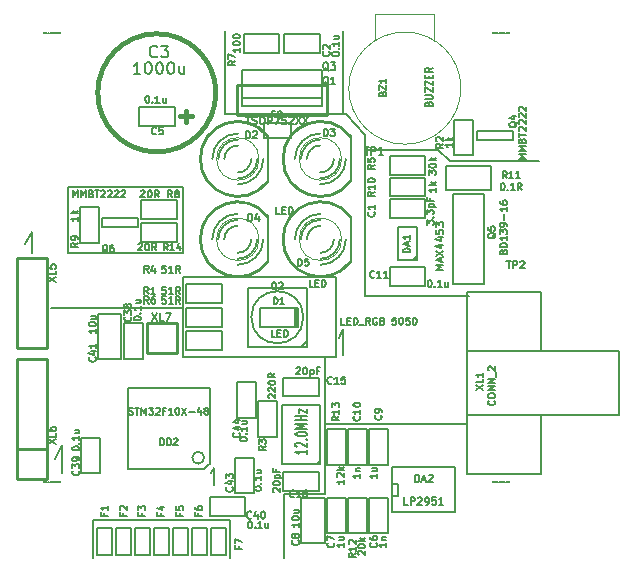
<source format=gto>
G04 (created by PCBNEW (2013-05-16 BZR 4016)-stable) date 03/07/2013 13:28:14*
%MOIN*%
G04 Gerber Fmt 3.4, Leading zero omitted, Abs format*
%FSLAX34Y34*%
G01*
G70*
G90*
G04 APERTURE LIST*
%ADD10C,0.00590551*%
%ADD11C,0.00787402*%
%ADD12C,0.0059*%
%ADD13C,0.005*%
%ADD14C,0.01*%
%ADD15C,0.0025*%
%ADD16C,0.008*%
%ADD17C,0.003*%
%ADD18C,0.006*%
%ADD19C,0.015*%
%ADD20C,0.00625*%
%ADD21C,0.0063*%
%ADD22C,0.0001*%
G04 APERTURE END LIST*
G54D10*
G54D11*
X98031Y-72047D02*
X97598Y-72047D01*
X98031Y-69842D02*
X98031Y-72047D01*
X97598Y-69842D02*
X98031Y-69842D01*
X98031Y-73858D02*
X93622Y-73858D01*
X102755Y-77716D02*
X102755Y-75511D01*
X103385Y-74566D02*
X103385Y-75433D01*
X103228Y-74881D02*
X103385Y-74566D01*
X99055Y-79212D02*
X99055Y-79763D01*
X98976Y-79370D02*
X99055Y-79212D01*
X92992Y-71338D02*
X92992Y-72047D01*
X92755Y-71732D02*
X92992Y-71338D01*
X94015Y-78425D02*
X94015Y-79370D01*
X93779Y-78897D02*
X94015Y-78425D01*
X95039Y-80944D02*
X95039Y-82204D01*
X99606Y-80944D02*
X95039Y-80944D01*
X99606Y-82204D02*
X99606Y-80944D01*
X101417Y-80078D02*
X101417Y-82204D01*
X102755Y-80078D02*
X101417Y-80078D01*
X102755Y-77716D02*
X102755Y-80078D01*
X102755Y-77716D02*
X107480Y-77716D01*
X103149Y-72834D02*
X98031Y-72834D01*
X103149Y-75511D02*
X103149Y-72834D01*
X98031Y-75511D02*
X103149Y-75511D01*
X98031Y-72834D02*
X98031Y-75511D01*
X94212Y-72047D02*
X94212Y-69842D01*
X97598Y-72047D02*
X94212Y-72047D01*
X94212Y-69842D02*
X97598Y-69842D01*
X104094Y-68110D02*
X103464Y-67401D01*
X104645Y-68582D02*
X104094Y-68582D01*
X104094Y-73464D02*
X107559Y-73464D01*
X104094Y-68110D02*
X104094Y-73464D01*
X103385Y-67401D02*
X103385Y-64645D01*
X106535Y-68582D02*
X104645Y-68582D01*
X106929Y-68976D02*
X106535Y-68582D01*
X99448Y-67401D02*
X99448Y-64645D01*
X103464Y-67401D02*
X99448Y-67401D01*
X109921Y-68976D02*
X106929Y-68976D01*
G54D12*
X102677Y-67125D02*
X102677Y-65944D01*
X102677Y-67125D02*
X99999Y-67125D01*
X99999Y-67125D02*
X99999Y-66849D01*
X102677Y-66869D02*
X99999Y-66869D01*
X99999Y-66849D02*
X99999Y-66042D01*
X99999Y-66042D02*
X99999Y-65944D01*
X99999Y-65944D02*
X102677Y-65944D01*
G54D10*
X108070Y-70078D02*
X108070Y-73070D01*
X108070Y-73070D02*
X107047Y-73070D01*
X107047Y-73070D02*
X107047Y-70078D01*
X107047Y-70078D02*
X108070Y-70078D01*
G54D12*
X105842Y-72273D02*
X105212Y-72273D01*
X105212Y-72273D02*
X105212Y-71171D01*
X105212Y-71171D02*
X105842Y-71171D01*
X105842Y-71171D02*
X105842Y-72273D01*
X105704Y-72273D02*
X105842Y-72135D01*
G54D13*
X109025Y-68260D02*
X107825Y-68260D01*
X107825Y-68260D02*
X107825Y-67960D01*
X107825Y-67960D02*
X109025Y-67960D01*
X109025Y-67960D02*
X109025Y-68260D01*
X96544Y-71173D02*
X95344Y-71173D01*
X95344Y-71173D02*
X95344Y-70873D01*
X95344Y-70873D02*
X96544Y-70873D01*
X96544Y-70873D02*
X96544Y-71173D01*
X105012Y-80621D02*
X105012Y-80671D01*
X105012Y-80671D02*
X107112Y-80671D01*
X107112Y-79171D02*
X105012Y-79171D01*
X105012Y-79171D02*
X105012Y-80621D01*
X105012Y-79721D02*
X105212Y-79721D01*
X105212Y-79721D02*
X105212Y-80121D01*
X105212Y-80121D02*
X105012Y-80121D01*
X107112Y-79171D02*
X107112Y-80671D01*
X95683Y-81203D02*
X95683Y-82103D01*
X95683Y-82103D02*
X95183Y-82103D01*
X95183Y-82103D02*
X95183Y-81203D01*
X95183Y-81203D02*
X95683Y-81203D01*
X98202Y-81203D02*
X98202Y-82103D01*
X98202Y-82103D02*
X97702Y-82103D01*
X97702Y-82103D02*
X97702Y-81203D01*
X97702Y-81203D02*
X98202Y-81203D01*
X97572Y-81203D02*
X97572Y-82103D01*
X97572Y-82103D02*
X97072Y-82103D01*
X97072Y-82103D02*
X97072Y-81203D01*
X97072Y-81203D02*
X97572Y-81203D01*
X96942Y-81203D02*
X96942Y-82103D01*
X96942Y-82103D02*
X96442Y-82103D01*
X96442Y-82103D02*
X96442Y-81203D01*
X96442Y-81203D02*
X96942Y-81203D01*
X96312Y-81203D02*
X96312Y-82103D01*
X96312Y-82103D02*
X95812Y-82103D01*
X95812Y-82103D02*
X95812Y-81203D01*
X95812Y-81203D02*
X96312Y-81203D01*
X99462Y-81203D02*
X99462Y-82103D01*
X99462Y-82103D02*
X98962Y-82103D01*
X98962Y-82103D02*
X98962Y-81203D01*
X98962Y-81203D02*
X99462Y-81203D01*
X98832Y-81203D02*
X98832Y-82103D01*
X98832Y-82103D02*
X98332Y-82103D01*
X98332Y-82103D02*
X98332Y-81203D01*
X98332Y-81203D02*
X98832Y-81203D01*
G54D14*
X92492Y-78559D02*
X93492Y-78559D01*
X92492Y-79559D02*
X92492Y-75559D01*
X92492Y-75559D02*
X93492Y-75559D01*
X93492Y-75559D02*
X93492Y-79559D01*
X93492Y-79559D02*
X92492Y-79559D01*
X93492Y-72200D02*
X93492Y-75200D01*
X93492Y-75200D02*
X92492Y-75200D01*
X92492Y-75200D02*
X92492Y-72200D01*
X92492Y-72200D02*
X93492Y-72200D01*
X99838Y-66429D02*
X102838Y-66429D01*
X102838Y-66429D02*
X102838Y-67429D01*
X102838Y-67429D02*
X99838Y-67429D01*
X99838Y-67429D02*
X99838Y-66429D01*
X97822Y-74381D02*
X97822Y-75381D01*
X96822Y-74381D02*
X96822Y-75381D01*
X96822Y-75381D02*
X97822Y-75381D01*
X96822Y-74381D02*
X97822Y-74381D01*
G54D10*
X103858Y-81377D02*
X103543Y-81377D01*
X103543Y-81377D02*
X103543Y-80196D01*
X103543Y-80196D02*
X104173Y-80196D01*
X104173Y-80196D02*
X104173Y-81377D01*
X104173Y-81377D02*
X103858Y-81377D01*
X100072Y-65047D02*
X100072Y-64732D01*
X100072Y-64732D02*
X101253Y-64732D01*
X101253Y-64732D02*
X101253Y-65362D01*
X101253Y-65362D02*
X100072Y-65362D01*
X100072Y-65362D02*
X100072Y-65047D01*
X94921Y-71692D02*
X94606Y-71692D01*
X94606Y-71692D02*
X94606Y-70511D01*
X94606Y-70511D02*
X95236Y-70511D01*
X95236Y-70511D02*
X95236Y-71692D01*
X95236Y-71692D02*
X94921Y-71692D01*
X96653Y-70590D02*
X96653Y-70275D01*
X96653Y-70275D02*
X97834Y-70275D01*
X97834Y-70275D02*
X97834Y-70905D01*
X97834Y-70905D02*
X96653Y-70905D01*
X96653Y-70905D02*
X96653Y-70590D01*
X104937Y-69123D02*
X104937Y-68808D01*
X104937Y-68808D02*
X106118Y-68808D01*
X106118Y-68808D02*
X106118Y-69438D01*
X106118Y-69438D02*
X104937Y-69438D01*
X104937Y-69438D02*
X104937Y-69123D01*
X107401Y-68779D02*
X107086Y-68779D01*
X107086Y-68779D02*
X107086Y-67598D01*
X107086Y-67598D02*
X107716Y-67598D01*
X107716Y-67598D02*
X107716Y-68779D01*
X107716Y-68779D02*
X107401Y-68779D01*
X106118Y-69832D02*
X106118Y-70147D01*
X106118Y-70147D02*
X104937Y-70147D01*
X104937Y-70147D02*
X104937Y-69517D01*
X104937Y-69517D02*
X106118Y-69517D01*
X106118Y-69517D02*
X106118Y-69832D01*
X103149Y-79094D02*
X102834Y-79094D01*
X102834Y-79094D02*
X102834Y-77913D01*
X102834Y-77913D02*
X103464Y-77913D01*
X103464Y-77913D02*
X103464Y-79094D01*
X103464Y-79094D02*
X103149Y-79094D01*
X98149Y-74173D02*
X98149Y-73858D01*
X98149Y-73858D02*
X99330Y-73858D01*
X99330Y-73858D02*
X99330Y-74488D01*
X99330Y-74488D02*
X98149Y-74488D01*
X98149Y-74488D02*
X98149Y-74173D01*
X98149Y-73385D02*
X98149Y-73070D01*
X98149Y-73070D02*
X99330Y-73070D01*
X99330Y-73070D02*
X99330Y-73700D01*
X99330Y-73700D02*
X98149Y-73700D01*
X98149Y-73700D02*
X98149Y-73385D01*
X98149Y-74960D02*
X98149Y-74645D01*
X98149Y-74645D02*
X99330Y-74645D01*
X99330Y-74645D02*
X99330Y-75275D01*
X99330Y-75275D02*
X98149Y-75275D01*
X98149Y-75275D02*
X98149Y-74960D01*
X100866Y-78149D02*
X100551Y-78149D01*
X100551Y-78149D02*
X100551Y-76968D01*
X100551Y-76968D02*
X101181Y-76968D01*
X101181Y-76968D02*
X101181Y-78149D01*
X101181Y-78149D02*
X100866Y-78149D01*
G54D13*
X96221Y-76516D02*
X98937Y-76516D01*
X98937Y-76516D02*
X98937Y-79055D01*
X98917Y-79055D02*
X98740Y-79232D01*
X98740Y-79232D02*
X96201Y-79232D01*
X96201Y-79232D02*
X96201Y-76535D01*
X98740Y-78858D02*
G75*
G03X98740Y-78858I-197J0D01*
G74*
G01*
G54D12*
X102165Y-74960D02*
X101968Y-75157D01*
X102047Y-74173D02*
G75*
G03X102047Y-74173I-866J0D01*
G74*
G01*
X102165Y-73189D02*
X102165Y-75157D01*
X102165Y-75157D02*
X100197Y-75157D01*
X100197Y-75157D02*
X100197Y-73189D01*
X100197Y-73189D02*
X102165Y-73189D01*
G54D10*
X101771Y-73858D02*
X101830Y-73858D01*
X101830Y-73858D02*
X101830Y-74488D01*
X101830Y-74488D02*
X101771Y-74488D01*
X101771Y-74488D02*
X101870Y-74488D01*
X101870Y-74488D02*
X101870Y-73858D01*
X101870Y-73858D02*
X101830Y-73858D01*
X100590Y-74173D02*
X100590Y-73858D01*
X100590Y-73858D02*
X101771Y-73858D01*
X101771Y-73858D02*
X101771Y-74488D01*
X101771Y-74488D02*
X100590Y-74488D01*
X100590Y-74488D02*
X100590Y-74133D01*
G54D12*
X102504Y-79057D02*
X102603Y-78959D01*
X101343Y-77089D02*
X102603Y-77089D01*
X102603Y-77089D02*
X102603Y-79057D01*
X102603Y-79057D02*
X101343Y-79057D01*
X101343Y-79057D02*
X101343Y-77089D01*
X107519Y-77440D02*
X107519Y-79408D01*
X107519Y-79408D02*
X109960Y-79408D01*
X109960Y-79408D02*
X109960Y-77440D01*
X107519Y-75314D02*
X107519Y-73346D01*
X107519Y-73346D02*
X109960Y-73346D01*
X109960Y-73346D02*
X109960Y-75314D01*
X107519Y-76377D02*
X107519Y-75314D01*
X107519Y-75314D02*
X112558Y-75314D01*
X112558Y-75314D02*
X112558Y-77440D01*
X112558Y-77440D02*
X107519Y-77440D01*
X107519Y-77440D02*
X107519Y-76377D01*
G54D10*
X101968Y-81692D02*
X101968Y-80196D01*
X101968Y-80196D02*
X102755Y-80196D01*
X102755Y-80196D02*
X102755Y-81692D01*
X102755Y-81692D02*
X101968Y-81692D01*
X95196Y-75551D02*
X95196Y-74055D01*
X95196Y-74055D02*
X95984Y-74055D01*
X95984Y-74055D02*
X95984Y-75551D01*
X95984Y-75551D02*
X95196Y-75551D01*
X100157Y-77519D02*
X99842Y-77519D01*
X99842Y-77519D02*
X99842Y-76338D01*
X99842Y-76338D02*
X100472Y-76338D01*
X100472Y-76338D02*
X100472Y-77519D01*
X100472Y-77519D02*
X100157Y-77519D01*
X106118Y-70540D02*
X106118Y-70855D01*
X106118Y-70855D02*
X104937Y-70855D01*
X104937Y-70855D02*
X104937Y-70225D01*
X104937Y-70225D02*
X106118Y-70225D01*
X106118Y-70225D02*
X106118Y-70540D01*
X94957Y-79374D02*
X94642Y-79374D01*
X94642Y-79374D02*
X94642Y-78193D01*
X94642Y-78193D02*
X95272Y-78193D01*
X95272Y-78193D02*
X95272Y-79374D01*
X95272Y-79374D02*
X94957Y-79374D01*
X98937Y-80472D02*
X98937Y-80157D01*
X98937Y-80157D02*
X100118Y-80157D01*
X100118Y-80157D02*
X100118Y-80787D01*
X100118Y-80787D02*
X98937Y-80787D01*
X98937Y-80787D02*
X98937Y-80472D01*
X100078Y-78858D02*
X100393Y-78858D01*
X100393Y-78858D02*
X100393Y-80039D01*
X100393Y-80039D02*
X99763Y-80039D01*
X99763Y-80039D02*
X99763Y-78858D01*
X99763Y-78858D02*
X100078Y-78858D01*
X96377Y-75551D02*
X96062Y-75551D01*
X96062Y-75551D02*
X96062Y-74370D01*
X96062Y-74370D02*
X96692Y-74370D01*
X96692Y-74370D02*
X96692Y-75551D01*
X96692Y-75551D02*
X96377Y-75551D01*
X102563Y-79648D02*
X102563Y-79963D01*
X102563Y-79963D02*
X101382Y-79963D01*
X101382Y-79963D02*
X101382Y-79333D01*
X101382Y-79333D02*
X102563Y-79333D01*
X102563Y-79333D02*
X102563Y-79648D01*
X101382Y-76498D02*
X101382Y-76183D01*
X101382Y-76183D02*
X102563Y-76183D01*
X102563Y-76183D02*
X102563Y-76813D01*
X102563Y-76813D02*
X101382Y-76813D01*
X101382Y-76813D02*
X101382Y-76498D01*
X103149Y-81377D02*
X102834Y-81377D01*
X102834Y-81377D02*
X102834Y-80196D01*
X102834Y-80196D02*
X103464Y-80196D01*
X103464Y-80196D02*
X103464Y-81377D01*
X103464Y-81377D02*
X103149Y-81377D01*
X104566Y-81377D02*
X104251Y-81377D01*
X104251Y-81377D02*
X104251Y-80196D01*
X104251Y-80196D02*
X104881Y-80196D01*
X104881Y-80196D02*
X104881Y-81377D01*
X104881Y-81377D02*
X104566Y-81377D01*
X104566Y-79094D02*
X104251Y-79094D01*
X104251Y-79094D02*
X104251Y-77913D01*
X104251Y-77913D02*
X104881Y-77913D01*
X104881Y-77913D02*
X104881Y-79094D01*
X104881Y-79094D02*
X104566Y-79094D01*
X103858Y-79094D02*
X103543Y-79094D01*
X103543Y-79094D02*
X103543Y-77913D01*
X103543Y-77913D02*
X104173Y-77913D01*
X104173Y-77913D02*
X104173Y-79094D01*
X104173Y-79094D02*
X103858Y-79094D01*
X101410Y-65047D02*
X101410Y-64732D01*
X101410Y-64732D02*
X102591Y-64732D01*
X102591Y-64732D02*
X102591Y-65362D01*
X102591Y-65362D02*
X101410Y-65362D01*
X101410Y-65362D02*
X101410Y-65047D01*
X97755Y-67480D02*
X97755Y-67795D01*
X97755Y-67795D02*
X96574Y-67795D01*
X96574Y-67795D02*
X96574Y-67165D01*
X96574Y-67165D02*
X97755Y-67165D01*
X97755Y-67165D02*
X97755Y-67480D01*
G54D15*
X105433Y-64074D02*
X104449Y-64074D01*
X104449Y-64074D02*
X104449Y-64941D01*
X105433Y-64074D02*
X106417Y-64074D01*
X106417Y-64074D02*
X106417Y-64960D01*
X107303Y-66535D02*
G75*
G03X107303Y-66535I-1870J0D01*
G74*
G01*
G54D16*
X103639Y-72324D02*
X103639Y-70824D01*
G54D17*
X103326Y-71574D02*
G75*
G03X103326Y-71574I-707J0D01*
G74*
G01*
G54D14*
X103619Y-70824D02*
G75*
G03X103619Y-72325I-999J-750D01*
G74*
G01*
G54D18*
X102619Y-71124D02*
G75*
G03X102169Y-71574I0J-450D01*
G74*
G01*
X102619Y-72024D02*
G75*
G03X103069Y-71574I0J450D01*
G74*
G01*
X102619Y-70924D02*
G75*
G03X101969Y-71574I0J-650D01*
G74*
G01*
X102619Y-72224D02*
G75*
G03X103269Y-71574I0J650D01*
G74*
G01*
X102619Y-70724D02*
G75*
G03X101769Y-71574I0J-850D01*
G74*
G01*
X102619Y-72424D02*
G75*
G03X103469Y-71574I0J850D01*
G74*
G01*
G54D16*
X100883Y-72324D02*
X100883Y-70824D01*
G54D17*
X100570Y-71574D02*
G75*
G03X100570Y-71574I-707J0D01*
G74*
G01*
G54D14*
X100863Y-70824D02*
G75*
G03X100863Y-72325I-999J-750D01*
G74*
G01*
G54D18*
X99863Y-71124D02*
G75*
G03X99413Y-71574I0J-450D01*
G74*
G01*
X99863Y-72024D02*
G75*
G03X100313Y-71574I0J450D01*
G74*
G01*
X99863Y-70924D02*
G75*
G03X99213Y-71574I0J-650D01*
G74*
G01*
X99863Y-72224D02*
G75*
G03X100513Y-71574I0J650D01*
G74*
G01*
X99863Y-70724D02*
G75*
G03X99013Y-71574I0J-850D01*
G74*
G01*
X99863Y-72424D02*
G75*
G03X100713Y-71574I0J850D01*
G74*
G01*
G54D16*
X103639Y-69647D02*
X103639Y-68147D01*
G54D17*
X103326Y-68897D02*
G75*
G03X103326Y-68897I-707J0D01*
G74*
G01*
G54D14*
X103619Y-68147D02*
G75*
G03X103619Y-69648I-999J-750D01*
G74*
G01*
G54D18*
X102619Y-68447D02*
G75*
G03X102169Y-68897I0J-450D01*
G74*
G01*
X102619Y-69347D02*
G75*
G03X103069Y-68897I0J450D01*
G74*
G01*
X102619Y-68247D02*
G75*
G03X101969Y-68897I0J-650D01*
G74*
G01*
X102619Y-69547D02*
G75*
G03X103269Y-68897I0J650D01*
G74*
G01*
X102619Y-68047D02*
G75*
G03X101769Y-68897I0J-850D01*
G74*
G01*
X102619Y-69747D02*
G75*
G03X103469Y-68897I0J850D01*
G74*
G01*
G54D16*
X100883Y-69647D02*
X100883Y-68147D01*
G54D17*
X100570Y-68897D02*
G75*
G03X100570Y-68897I-707J0D01*
G74*
G01*
G54D14*
X100863Y-68147D02*
G75*
G03X100863Y-69648I-999J-750D01*
G74*
G01*
G54D18*
X99863Y-68447D02*
G75*
G03X99413Y-68897I0J-450D01*
G74*
G01*
X99863Y-69347D02*
G75*
G03X100313Y-68897I0J450D01*
G74*
G01*
X99863Y-68247D02*
G75*
G03X99213Y-68897I0J-650D01*
G74*
G01*
X99863Y-69547D02*
G75*
G03X100513Y-68897I0J650D01*
G74*
G01*
X99863Y-68047D02*
G75*
G03X99013Y-68897I0J-850D01*
G74*
G01*
X99863Y-69747D02*
G75*
G03X100713Y-68897I0J850D01*
G74*
G01*
G54D10*
X104937Y-72824D02*
X104937Y-72509D01*
X104937Y-72509D02*
X106118Y-72509D01*
X106118Y-72509D02*
X106118Y-73139D01*
X106118Y-73139D02*
X104937Y-73139D01*
X104937Y-73139D02*
X104937Y-72824D01*
G54D19*
X99134Y-66692D02*
G75*
G03X99134Y-66692I-1969J0D01*
G74*
G01*
X98346Y-67479D02*
X97952Y-67479D01*
X98149Y-67676D02*
X98149Y-67283D01*
G54D10*
X106811Y-69527D02*
X106811Y-69133D01*
X106811Y-69133D02*
X108307Y-69133D01*
X108307Y-69133D02*
X108307Y-69921D01*
X108307Y-69921D02*
X106811Y-69921D01*
X106811Y-69921D02*
X106811Y-69448D01*
G54D13*
X100731Y-67702D02*
X101631Y-67702D01*
X101631Y-67702D02*
X101631Y-68202D01*
X101631Y-68202D02*
X100731Y-68202D01*
X100731Y-68202D02*
X100731Y-67702D01*
G54D10*
X96653Y-71338D02*
X96653Y-71023D01*
X96653Y-71023D02*
X97834Y-71023D01*
X97834Y-71023D02*
X97834Y-71653D01*
X97834Y-71653D02*
X96653Y-71653D01*
X96653Y-71653D02*
X96653Y-71338D01*
G54D12*
X102889Y-66424D02*
X102865Y-66412D01*
X102841Y-66388D01*
X102806Y-66352D01*
X102782Y-66340D01*
X102758Y-66340D01*
X102770Y-66400D02*
X102746Y-66388D01*
X102722Y-66364D01*
X102711Y-66317D01*
X102711Y-66233D01*
X102722Y-66186D01*
X102746Y-66162D01*
X102770Y-66150D01*
X102818Y-66150D01*
X102841Y-66162D01*
X102865Y-66186D01*
X102877Y-66233D01*
X102877Y-66317D01*
X102865Y-66364D01*
X102841Y-66388D01*
X102818Y-66400D01*
X102770Y-66400D01*
X103115Y-66400D02*
X102972Y-66400D01*
X103044Y-66400D02*
X103044Y-66150D01*
X103020Y-66186D01*
X102996Y-66209D01*
X102972Y-66221D01*
X100139Y-67488D02*
X100282Y-67488D01*
X100210Y-67738D02*
X100210Y-67488D01*
X100353Y-67727D02*
X100389Y-67738D01*
X100448Y-67738D01*
X100472Y-67727D01*
X100484Y-67715D01*
X100496Y-67691D01*
X100496Y-67667D01*
X100484Y-67643D01*
X100472Y-67631D01*
X100448Y-67619D01*
X100401Y-67608D01*
X100377Y-67596D01*
X100365Y-67584D01*
X100353Y-67560D01*
X100353Y-67536D01*
X100365Y-67512D01*
X100377Y-67500D01*
X100401Y-67488D01*
X100460Y-67488D01*
X100496Y-67500D01*
X100651Y-67488D02*
X100698Y-67488D01*
X100722Y-67500D01*
X100746Y-67524D01*
X100758Y-67572D01*
X100758Y-67655D01*
X100746Y-67703D01*
X100722Y-67727D01*
X100698Y-67738D01*
X100651Y-67738D01*
X100627Y-67727D01*
X100603Y-67703D01*
X100591Y-67655D01*
X100591Y-67572D01*
X100603Y-67524D01*
X100627Y-67500D01*
X100651Y-67488D01*
X100865Y-67738D02*
X100865Y-67488D01*
X100960Y-67488D01*
X100984Y-67500D01*
X100996Y-67512D01*
X101008Y-67536D01*
X101008Y-67572D01*
X100996Y-67596D01*
X100984Y-67608D01*
X100960Y-67619D01*
X100865Y-67619D01*
X101091Y-67488D02*
X101258Y-67488D01*
X101151Y-67738D01*
X101472Y-67488D02*
X101353Y-67488D01*
X101341Y-67608D01*
X101353Y-67596D01*
X101377Y-67584D01*
X101437Y-67584D01*
X101460Y-67596D01*
X101472Y-67608D01*
X101484Y-67631D01*
X101484Y-67691D01*
X101472Y-67715D01*
X101460Y-67727D01*
X101437Y-67738D01*
X101377Y-67738D01*
X101353Y-67727D01*
X101341Y-67715D01*
X101579Y-67512D02*
X101591Y-67500D01*
X101615Y-67488D01*
X101675Y-67488D01*
X101698Y-67500D01*
X101710Y-67512D01*
X101722Y-67536D01*
X101722Y-67560D01*
X101710Y-67596D01*
X101568Y-67738D01*
X101722Y-67738D01*
X101806Y-67488D02*
X101972Y-67738D01*
X101972Y-67488D02*
X101806Y-67738D01*
X102044Y-67488D02*
X102210Y-67738D01*
X102210Y-67488D02*
X102044Y-67738D01*
G54D20*
X104093Y-68512D02*
X104236Y-68512D01*
X104165Y-68762D02*
X104165Y-68512D01*
X104320Y-68762D02*
X104320Y-68512D01*
X104415Y-68512D01*
X104439Y-68524D01*
X104451Y-68536D01*
X104462Y-68560D01*
X104462Y-68596D01*
X104451Y-68619D01*
X104439Y-68631D01*
X104415Y-68643D01*
X104320Y-68643D01*
X104701Y-68762D02*
X104558Y-68762D01*
X104629Y-68762D02*
X104629Y-68512D01*
X104605Y-68548D01*
X104581Y-68572D01*
X104558Y-68584D01*
G54D21*
G54D20*
X108818Y-72292D02*
X108961Y-72292D01*
X108889Y-72542D02*
X108889Y-72292D01*
X109044Y-72542D02*
X109044Y-72292D01*
X109139Y-72292D01*
X109163Y-72304D01*
X109175Y-72315D01*
X109187Y-72339D01*
X109187Y-72375D01*
X109175Y-72399D01*
X109163Y-72411D01*
X109139Y-72423D01*
X109044Y-72423D01*
X109282Y-72315D02*
X109294Y-72304D01*
X109318Y-72292D01*
X109377Y-72292D01*
X109401Y-72304D01*
X109413Y-72315D01*
X109425Y-72339D01*
X109425Y-72363D01*
X109413Y-72399D01*
X109270Y-72542D01*
X109425Y-72542D01*
G54D21*
G54D10*
X108464Y-71361D02*
X108453Y-71383D01*
X108430Y-71406D01*
X108397Y-71439D01*
X108385Y-71462D01*
X108385Y-71484D01*
X108442Y-71473D02*
X108430Y-71496D01*
X108408Y-71518D01*
X108363Y-71529D01*
X108284Y-71529D01*
X108239Y-71518D01*
X108217Y-71496D01*
X108205Y-71473D01*
X108205Y-71428D01*
X108217Y-71406D01*
X108239Y-71383D01*
X108284Y-71372D01*
X108363Y-71372D01*
X108408Y-71383D01*
X108430Y-71406D01*
X108442Y-71428D01*
X108442Y-71473D01*
X108205Y-71158D02*
X108205Y-71271D01*
X108318Y-71282D01*
X108307Y-71271D01*
X108295Y-71248D01*
X108295Y-71192D01*
X108307Y-71169D01*
X108318Y-71158D01*
X108340Y-71147D01*
X108397Y-71147D01*
X108419Y-71158D01*
X108430Y-71169D01*
X108442Y-71192D01*
X108442Y-71248D01*
X108430Y-71271D01*
X108419Y-71282D01*
X108712Y-71991D02*
X108723Y-71957D01*
X108734Y-71946D01*
X108757Y-71934D01*
X108790Y-71934D01*
X108813Y-71946D01*
X108824Y-71957D01*
X108835Y-71979D01*
X108835Y-72069D01*
X108599Y-72069D01*
X108599Y-71991D01*
X108610Y-71968D01*
X108622Y-71957D01*
X108644Y-71946D01*
X108667Y-71946D01*
X108689Y-71957D01*
X108700Y-71968D01*
X108712Y-71991D01*
X108712Y-72069D01*
X108835Y-71833D02*
X108599Y-71833D01*
X108599Y-71777D01*
X108610Y-71743D01*
X108633Y-71721D01*
X108655Y-71709D01*
X108700Y-71698D01*
X108734Y-71698D01*
X108779Y-71709D01*
X108802Y-71721D01*
X108824Y-71743D01*
X108835Y-71777D01*
X108835Y-71833D01*
X108835Y-71473D02*
X108835Y-71608D01*
X108835Y-71541D02*
X108599Y-71541D01*
X108633Y-71563D01*
X108655Y-71586D01*
X108667Y-71608D01*
X108599Y-71394D02*
X108599Y-71248D01*
X108689Y-71327D01*
X108689Y-71293D01*
X108700Y-71271D01*
X108712Y-71259D01*
X108734Y-71248D01*
X108790Y-71248D01*
X108813Y-71259D01*
X108824Y-71271D01*
X108835Y-71293D01*
X108835Y-71361D01*
X108824Y-71383D01*
X108813Y-71394D01*
X108835Y-71136D02*
X108835Y-71091D01*
X108824Y-71068D01*
X108813Y-71057D01*
X108779Y-71034D01*
X108734Y-71023D01*
X108644Y-71023D01*
X108622Y-71034D01*
X108610Y-71046D01*
X108599Y-71068D01*
X108599Y-71113D01*
X108610Y-71136D01*
X108622Y-71147D01*
X108644Y-71158D01*
X108700Y-71158D01*
X108723Y-71147D01*
X108734Y-71136D01*
X108745Y-71113D01*
X108745Y-71068D01*
X108734Y-71046D01*
X108723Y-71034D01*
X108700Y-71023D01*
X108745Y-70922D02*
X108745Y-70742D01*
X108835Y-70506D02*
X108835Y-70641D01*
X108835Y-70573D02*
X108599Y-70573D01*
X108633Y-70596D01*
X108655Y-70618D01*
X108667Y-70641D01*
X108599Y-70303D02*
X108599Y-70348D01*
X108610Y-70371D01*
X108622Y-70382D01*
X108655Y-70404D01*
X108700Y-70416D01*
X108790Y-70416D01*
X108813Y-70404D01*
X108824Y-70393D01*
X108835Y-70371D01*
X108835Y-70326D01*
X108824Y-70303D01*
X108813Y-70292D01*
X108790Y-70281D01*
X108734Y-70281D01*
X108712Y-70292D01*
X108700Y-70303D01*
X108689Y-70326D01*
X108689Y-70371D01*
X108700Y-70393D01*
X108712Y-70404D01*
X108734Y-70416D01*
G54D12*
X105607Y-72007D02*
X105371Y-72007D01*
X105371Y-71951D01*
X105382Y-71917D01*
X105404Y-71895D01*
X105427Y-71884D01*
X105472Y-71872D01*
X105506Y-71872D01*
X105551Y-71884D01*
X105573Y-71895D01*
X105596Y-71917D01*
X105607Y-71951D01*
X105607Y-72007D01*
X105539Y-71783D02*
X105539Y-71670D01*
X105607Y-71805D02*
X105371Y-71726D01*
X105607Y-71648D01*
X105607Y-71445D02*
X105607Y-71580D01*
X105607Y-71513D02*
X105371Y-71513D01*
X105404Y-71535D01*
X105427Y-71558D01*
X105438Y-71580D01*
X106715Y-72596D02*
X106465Y-72596D01*
X106643Y-72513D01*
X106465Y-72430D01*
X106715Y-72430D01*
X106643Y-72323D02*
X106643Y-72204D01*
X106715Y-72346D02*
X106465Y-72263D01*
X106715Y-72180D01*
X106465Y-72120D02*
X106715Y-71954D01*
X106465Y-71954D02*
X106715Y-72120D01*
X106548Y-71751D02*
X106715Y-71751D01*
X106453Y-71811D02*
X106631Y-71870D01*
X106631Y-71715D01*
X106548Y-71513D02*
X106715Y-71513D01*
X106453Y-71573D02*
X106631Y-71632D01*
X106631Y-71477D01*
X106465Y-71263D02*
X106465Y-71382D01*
X106584Y-71394D01*
X106572Y-71382D01*
X106560Y-71358D01*
X106560Y-71299D01*
X106572Y-71275D01*
X106584Y-71263D01*
X106608Y-71251D01*
X106667Y-71251D01*
X106691Y-71263D01*
X106703Y-71275D01*
X106715Y-71299D01*
X106715Y-71358D01*
X106703Y-71382D01*
X106691Y-71394D01*
X106465Y-71168D02*
X106465Y-71013D01*
X106560Y-71096D01*
X106560Y-71061D01*
X106572Y-71037D01*
X106584Y-71025D01*
X106608Y-71013D01*
X106667Y-71013D01*
X106691Y-71025D01*
X106703Y-71037D01*
X106715Y-71061D01*
X106715Y-71132D01*
X106703Y-71156D01*
X106691Y-71168D01*
X109173Y-67660D02*
X109161Y-67682D01*
X109139Y-67705D01*
X109105Y-67738D01*
X109094Y-67761D01*
X109094Y-67783D01*
X109150Y-67772D02*
X109139Y-67795D01*
X109116Y-67817D01*
X109071Y-67828D01*
X108993Y-67828D01*
X108948Y-67817D01*
X108925Y-67795D01*
X108914Y-67772D01*
X108914Y-67727D01*
X108925Y-67705D01*
X108948Y-67682D01*
X108993Y-67671D01*
X109071Y-67671D01*
X109116Y-67682D01*
X109139Y-67705D01*
X109150Y-67727D01*
X109150Y-67772D01*
X108993Y-67469D02*
X109150Y-67469D01*
X108903Y-67525D02*
X109071Y-67581D01*
X109071Y-67435D01*
X109465Y-68902D02*
X109229Y-68902D01*
X109398Y-68823D01*
X109229Y-68745D01*
X109465Y-68745D01*
X109465Y-68632D02*
X109229Y-68632D01*
X109398Y-68554D01*
X109229Y-68475D01*
X109465Y-68475D01*
X109341Y-68284D02*
X109353Y-68250D01*
X109364Y-68239D01*
X109386Y-68228D01*
X109420Y-68228D01*
X109443Y-68239D01*
X109454Y-68250D01*
X109465Y-68273D01*
X109465Y-68363D01*
X109229Y-68363D01*
X109229Y-68284D01*
X109240Y-68261D01*
X109252Y-68250D01*
X109274Y-68239D01*
X109297Y-68239D01*
X109319Y-68250D01*
X109330Y-68261D01*
X109341Y-68284D01*
X109341Y-68363D01*
X109229Y-68160D02*
X109229Y-68025D01*
X109465Y-68093D02*
X109229Y-68093D01*
X109252Y-67958D02*
X109240Y-67947D01*
X109229Y-67924D01*
X109229Y-67868D01*
X109240Y-67846D01*
X109252Y-67834D01*
X109274Y-67823D01*
X109297Y-67823D01*
X109330Y-67834D01*
X109465Y-67969D01*
X109465Y-67823D01*
X109252Y-67733D02*
X109240Y-67722D01*
X109229Y-67699D01*
X109229Y-67643D01*
X109240Y-67621D01*
X109252Y-67610D01*
X109274Y-67598D01*
X109297Y-67598D01*
X109330Y-67610D01*
X109465Y-67744D01*
X109465Y-67598D01*
X109252Y-67508D02*
X109240Y-67497D01*
X109229Y-67475D01*
X109229Y-67419D01*
X109240Y-67396D01*
X109252Y-67385D01*
X109274Y-67374D01*
X109297Y-67374D01*
X109330Y-67385D01*
X109465Y-67520D01*
X109465Y-67374D01*
X109252Y-67284D02*
X109240Y-67272D01*
X109229Y-67250D01*
X109229Y-67194D01*
X109240Y-67171D01*
X109252Y-67160D01*
X109274Y-67149D01*
X109297Y-67149D01*
X109330Y-67160D01*
X109465Y-67295D01*
X109465Y-67149D01*
X95528Y-72007D02*
X95506Y-71996D01*
X95483Y-71974D01*
X95450Y-71940D01*
X95427Y-71929D01*
X95405Y-71929D01*
X95416Y-71985D02*
X95393Y-71974D01*
X95371Y-71951D01*
X95360Y-71906D01*
X95360Y-71827D01*
X95371Y-71783D01*
X95393Y-71760D01*
X95416Y-71749D01*
X95461Y-71749D01*
X95483Y-71760D01*
X95506Y-71783D01*
X95517Y-71827D01*
X95517Y-71906D01*
X95506Y-71951D01*
X95483Y-71974D01*
X95461Y-71985D01*
X95416Y-71985D01*
X95719Y-71749D02*
X95674Y-71749D01*
X95652Y-71760D01*
X95641Y-71771D01*
X95618Y-71805D01*
X95607Y-71850D01*
X95607Y-71940D01*
X95618Y-71962D01*
X95629Y-71974D01*
X95652Y-71985D01*
X95697Y-71985D01*
X95719Y-71974D01*
X95730Y-71962D01*
X95742Y-71940D01*
X95742Y-71884D01*
X95730Y-71861D01*
X95719Y-71850D01*
X95697Y-71839D01*
X95652Y-71839D01*
X95629Y-71850D01*
X95618Y-71861D01*
X95607Y-71884D01*
X94365Y-70174D02*
X94365Y-69938D01*
X94443Y-70106D01*
X94522Y-69938D01*
X94522Y-70174D01*
X94634Y-70174D02*
X94634Y-69938D01*
X94713Y-70106D01*
X94792Y-69938D01*
X94792Y-70174D01*
X94983Y-70050D02*
X95017Y-70061D01*
X95028Y-70073D01*
X95039Y-70095D01*
X95039Y-70129D01*
X95028Y-70151D01*
X95017Y-70163D01*
X94994Y-70174D01*
X94904Y-70174D01*
X94904Y-69938D01*
X94983Y-69938D01*
X95005Y-69949D01*
X95017Y-69960D01*
X95028Y-69983D01*
X95028Y-70005D01*
X95017Y-70028D01*
X95005Y-70039D01*
X94983Y-70050D01*
X94904Y-70050D01*
X95106Y-69938D02*
X95241Y-69938D01*
X95174Y-70174D02*
X95174Y-69938D01*
X95309Y-69960D02*
X95320Y-69949D01*
X95342Y-69938D01*
X95399Y-69938D01*
X95421Y-69949D01*
X95432Y-69960D01*
X95444Y-69983D01*
X95444Y-70005D01*
X95432Y-70039D01*
X95298Y-70174D01*
X95444Y-70174D01*
X95534Y-69960D02*
X95545Y-69949D01*
X95567Y-69938D01*
X95623Y-69938D01*
X95646Y-69949D01*
X95657Y-69960D01*
X95668Y-69983D01*
X95668Y-70005D01*
X95657Y-70039D01*
X95522Y-70174D01*
X95668Y-70174D01*
X95758Y-69960D02*
X95770Y-69949D01*
X95792Y-69938D01*
X95848Y-69938D01*
X95871Y-69949D01*
X95882Y-69960D01*
X95893Y-69983D01*
X95893Y-70005D01*
X95882Y-70039D01*
X95747Y-70174D01*
X95893Y-70174D01*
X95983Y-69960D02*
X95994Y-69949D01*
X96017Y-69938D01*
X96073Y-69938D01*
X96095Y-69949D01*
X96107Y-69960D01*
X96118Y-69983D01*
X96118Y-70005D01*
X96107Y-70039D01*
X95972Y-70174D01*
X96118Y-70174D01*
X105771Y-79672D02*
X105771Y-79422D01*
X105830Y-79422D01*
X105866Y-79434D01*
X105890Y-79458D01*
X105902Y-79481D01*
X105914Y-79529D01*
X105914Y-79565D01*
X105902Y-79612D01*
X105890Y-79636D01*
X105866Y-79660D01*
X105830Y-79672D01*
X105771Y-79672D01*
X106009Y-79601D02*
X106128Y-79601D01*
X105985Y-79672D02*
X106068Y-79422D01*
X106152Y-79672D01*
X106223Y-79446D02*
X106235Y-79434D01*
X106259Y-79422D01*
X106318Y-79422D01*
X106342Y-79434D01*
X106354Y-79446D01*
X106366Y-79470D01*
X106366Y-79493D01*
X106354Y-79529D01*
X106211Y-79672D01*
X106366Y-79672D01*
X105539Y-80422D02*
X105420Y-80422D01*
X105420Y-80172D01*
X105622Y-80422D02*
X105622Y-80172D01*
X105717Y-80172D01*
X105741Y-80184D01*
X105753Y-80196D01*
X105765Y-80220D01*
X105765Y-80255D01*
X105753Y-80279D01*
X105741Y-80291D01*
X105717Y-80303D01*
X105622Y-80303D01*
X105860Y-80196D02*
X105872Y-80184D01*
X105896Y-80172D01*
X105955Y-80172D01*
X105979Y-80184D01*
X105991Y-80196D01*
X106003Y-80220D01*
X106003Y-80243D01*
X105991Y-80279D01*
X105848Y-80422D01*
X106003Y-80422D01*
X106122Y-80422D02*
X106170Y-80422D01*
X106193Y-80410D01*
X106205Y-80398D01*
X106229Y-80362D01*
X106241Y-80315D01*
X106241Y-80220D01*
X106229Y-80196D01*
X106217Y-80184D01*
X106193Y-80172D01*
X106146Y-80172D01*
X106122Y-80184D01*
X106110Y-80196D01*
X106098Y-80220D01*
X106098Y-80279D01*
X106110Y-80303D01*
X106122Y-80315D01*
X106146Y-80327D01*
X106193Y-80327D01*
X106217Y-80315D01*
X106229Y-80303D01*
X106241Y-80279D01*
X106467Y-80172D02*
X106348Y-80172D01*
X106336Y-80291D01*
X106348Y-80279D01*
X106372Y-80267D01*
X106432Y-80267D01*
X106455Y-80279D01*
X106467Y-80291D01*
X106479Y-80315D01*
X106479Y-80374D01*
X106467Y-80398D01*
X106455Y-80410D01*
X106432Y-80422D01*
X106372Y-80422D01*
X106348Y-80410D01*
X106336Y-80398D01*
X106717Y-80422D02*
X106574Y-80422D01*
X106646Y-80422D02*
X106646Y-80172D01*
X106622Y-80208D01*
X106598Y-80231D01*
X106574Y-80243D01*
G54D10*
X95404Y-80708D02*
X95404Y-80787D01*
X95528Y-80787D02*
X95292Y-80787D01*
X95292Y-80674D01*
X95528Y-80461D02*
X95528Y-80596D01*
X95528Y-80528D02*
X95292Y-80528D01*
X95326Y-80551D01*
X95348Y-80573D01*
X95359Y-80596D01*
X97924Y-80708D02*
X97924Y-80787D01*
X98048Y-80787D02*
X97812Y-80787D01*
X97812Y-80674D01*
X97812Y-80472D02*
X97812Y-80584D01*
X97924Y-80596D01*
X97913Y-80584D01*
X97902Y-80562D01*
X97902Y-80506D01*
X97913Y-80483D01*
X97924Y-80472D01*
X97947Y-80461D01*
X98003Y-80461D01*
X98025Y-80472D01*
X98037Y-80483D01*
X98048Y-80506D01*
X98048Y-80562D01*
X98037Y-80584D01*
X98025Y-80596D01*
X97294Y-80708D02*
X97294Y-80787D01*
X97418Y-80787D02*
X97182Y-80787D01*
X97182Y-80674D01*
X97260Y-80483D02*
X97418Y-80483D01*
X97170Y-80539D02*
X97339Y-80596D01*
X97339Y-80449D01*
X96664Y-80708D02*
X96664Y-80787D01*
X96788Y-80787D02*
X96552Y-80787D01*
X96552Y-80674D01*
X96552Y-80607D02*
X96552Y-80461D01*
X96642Y-80539D01*
X96642Y-80506D01*
X96653Y-80483D01*
X96664Y-80472D01*
X96687Y-80461D01*
X96743Y-80461D01*
X96766Y-80472D01*
X96777Y-80483D01*
X96788Y-80506D01*
X96788Y-80573D01*
X96777Y-80596D01*
X96766Y-80607D01*
X96034Y-80708D02*
X96034Y-80787D01*
X96158Y-80787D02*
X95922Y-80787D01*
X95922Y-80674D01*
X95944Y-80596D02*
X95933Y-80584D01*
X95922Y-80562D01*
X95922Y-80506D01*
X95933Y-80483D01*
X95944Y-80472D01*
X95967Y-80461D01*
X95989Y-80461D01*
X96023Y-80472D01*
X96158Y-80607D01*
X96158Y-80461D01*
X99893Y-81811D02*
X99893Y-81889D01*
X100016Y-81889D02*
X99780Y-81889D01*
X99780Y-81777D01*
X99780Y-81709D02*
X99780Y-81552D01*
X100016Y-81653D01*
X98554Y-80708D02*
X98554Y-80787D01*
X98678Y-80787D02*
X98442Y-80787D01*
X98442Y-80674D01*
X98442Y-80483D02*
X98442Y-80528D01*
X98453Y-80551D01*
X98464Y-80562D01*
X98498Y-80584D01*
X98543Y-80596D01*
X98633Y-80596D01*
X98655Y-80584D01*
X98667Y-80573D01*
X98678Y-80551D01*
X98678Y-80506D01*
X98667Y-80483D01*
X98655Y-80472D01*
X98633Y-80461D01*
X98577Y-80461D01*
X98554Y-80472D01*
X98543Y-80483D01*
X98532Y-80506D01*
X98532Y-80551D01*
X98543Y-80573D01*
X98554Y-80584D01*
X98577Y-80596D01*
G54D20*
X93551Y-78413D02*
X93801Y-78247D01*
X93551Y-78247D02*
X93801Y-78413D01*
X93801Y-78032D02*
X93801Y-78151D01*
X93551Y-78151D01*
X93551Y-77842D02*
X93551Y-77889D01*
X93563Y-77913D01*
X93575Y-77925D01*
X93611Y-77949D01*
X93659Y-77961D01*
X93754Y-77961D01*
X93778Y-77949D01*
X93790Y-77937D01*
X93801Y-77913D01*
X93801Y-77866D01*
X93790Y-77842D01*
X93778Y-77830D01*
X93754Y-77818D01*
X93694Y-77818D01*
X93671Y-77830D01*
X93659Y-77842D01*
X93647Y-77866D01*
X93647Y-77913D01*
X93659Y-77937D01*
X93671Y-77949D01*
X93694Y-77961D01*
G54D21*
G54D20*
X93543Y-73004D02*
X93793Y-72837D01*
X93543Y-72837D02*
X93793Y-73004D01*
X93793Y-72623D02*
X93793Y-72742D01*
X93543Y-72742D01*
X93543Y-72421D02*
X93543Y-72540D01*
X93662Y-72551D01*
X93650Y-72540D01*
X93638Y-72516D01*
X93638Y-72456D01*
X93650Y-72432D01*
X93662Y-72421D01*
X93686Y-72409D01*
X93745Y-72409D01*
X93769Y-72421D01*
X93781Y-72432D01*
X93793Y-72456D01*
X93793Y-72516D01*
X93781Y-72540D01*
X93769Y-72551D01*
G54D21*
G54D20*
X102889Y-65951D02*
X102865Y-65939D01*
X102841Y-65916D01*
X102806Y-65880D01*
X102782Y-65868D01*
X102758Y-65868D01*
X102770Y-65927D02*
X102746Y-65916D01*
X102722Y-65892D01*
X102711Y-65844D01*
X102711Y-65761D01*
X102722Y-65713D01*
X102746Y-65689D01*
X102770Y-65677D01*
X102818Y-65677D01*
X102841Y-65689D01*
X102865Y-65713D01*
X102877Y-65761D01*
X102877Y-65844D01*
X102865Y-65892D01*
X102841Y-65916D01*
X102818Y-65927D01*
X102770Y-65927D01*
X102961Y-65677D02*
X103115Y-65677D01*
X103032Y-65773D01*
X103068Y-65773D01*
X103091Y-65785D01*
X103103Y-65797D01*
X103115Y-65820D01*
X103115Y-65880D01*
X103103Y-65904D01*
X103091Y-65916D01*
X103068Y-65927D01*
X102996Y-65927D01*
X102972Y-65916D01*
X102961Y-65904D01*
G54D21*
G54D20*
X97019Y-74033D02*
X97185Y-74283D01*
X97185Y-74033D02*
X97019Y-74283D01*
X97400Y-74283D02*
X97281Y-74283D01*
X97281Y-74033D01*
X97459Y-74033D02*
X97626Y-74033D01*
X97519Y-74283D01*
G54D21*
G54D10*
X103796Y-82041D02*
X103683Y-82120D01*
X103796Y-82176D02*
X103560Y-82176D01*
X103560Y-82086D01*
X103571Y-82064D01*
X103582Y-82052D01*
X103605Y-82041D01*
X103638Y-82041D01*
X103661Y-82052D01*
X103672Y-82064D01*
X103683Y-82086D01*
X103683Y-82176D01*
X103796Y-81816D02*
X103796Y-81951D01*
X103796Y-81884D02*
X103560Y-81884D01*
X103593Y-81906D01*
X103616Y-81929D01*
X103627Y-81951D01*
X103582Y-81726D02*
X103571Y-81715D01*
X103560Y-81692D01*
X103560Y-81636D01*
X103571Y-81614D01*
X103582Y-81602D01*
X103605Y-81591D01*
X103627Y-81591D01*
X103661Y-81602D01*
X103796Y-81737D01*
X103796Y-81591D01*
X103897Y-82086D02*
X103886Y-82075D01*
X103875Y-82052D01*
X103875Y-81996D01*
X103886Y-81974D01*
X103897Y-81962D01*
X103920Y-81951D01*
X103942Y-81951D01*
X103976Y-81962D01*
X104111Y-82097D01*
X104111Y-81951D01*
X103875Y-81805D02*
X103875Y-81782D01*
X103886Y-81760D01*
X103897Y-81749D01*
X103920Y-81737D01*
X103965Y-81726D01*
X104021Y-81726D01*
X104066Y-81737D01*
X104088Y-81749D01*
X104100Y-81760D01*
X104111Y-81782D01*
X104111Y-81805D01*
X104100Y-81827D01*
X104088Y-81839D01*
X104066Y-81850D01*
X104021Y-81861D01*
X103965Y-81861D01*
X103920Y-81850D01*
X103897Y-81839D01*
X103886Y-81827D01*
X103875Y-81805D01*
X104111Y-81625D02*
X103875Y-81625D01*
X104021Y-81602D02*
X104111Y-81535D01*
X103953Y-81535D02*
X104043Y-81625D01*
X99780Y-65629D02*
X99668Y-65708D01*
X99780Y-65764D02*
X99544Y-65764D01*
X99544Y-65674D01*
X99555Y-65652D01*
X99566Y-65641D01*
X99589Y-65629D01*
X99623Y-65629D01*
X99645Y-65641D01*
X99656Y-65652D01*
X99668Y-65674D01*
X99668Y-65764D01*
X99544Y-65551D02*
X99544Y-65393D01*
X99780Y-65494D01*
X99938Y-65196D02*
X99938Y-65331D01*
X99938Y-65264D02*
X99701Y-65264D01*
X99735Y-65286D01*
X99758Y-65309D01*
X99769Y-65331D01*
X99701Y-65050D02*
X99701Y-65028D01*
X99713Y-65005D01*
X99724Y-64994D01*
X99746Y-64983D01*
X99791Y-64971D01*
X99848Y-64971D01*
X99893Y-64983D01*
X99915Y-64994D01*
X99926Y-65005D01*
X99938Y-65028D01*
X99938Y-65050D01*
X99926Y-65073D01*
X99915Y-65084D01*
X99893Y-65095D01*
X99848Y-65106D01*
X99791Y-65106D01*
X99746Y-65095D01*
X99724Y-65084D01*
X99713Y-65073D01*
X99701Y-65050D01*
X99701Y-64825D02*
X99701Y-64803D01*
X99713Y-64780D01*
X99724Y-64769D01*
X99746Y-64758D01*
X99791Y-64746D01*
X99848Y-64746D01*
X99893Y-64758D01*
X99915Y-64769D01*
X99926Y-64780D01*
X99938Y-64803D01*
X99938Y-64825D01*
X99926Y-64848D01*
X99915Y-64859D01*
X99893Y-64870D01*
X99848Y-64881D01*
X99791Y-64881D01*
X99746Y-64870D01*
X99724Y-64859D01*
X99713Y-64848D01*
X99701Y-64825D01*
X94544Y-71692D02*
X94431Y-71771D01*
X94544Y-71827D02*
X94308Y-71827D01*
X94308Y-71737D01*
X94319Y-71715D01*
X94330Y-71704D01*
X94353Y-71692D01*
X94386Y-71692D01*
X94409Y-71704D01*
X94420Y-71715D01*
X94431Y-71737D01*
X94431Y-71827D01*
X94544Y-71580D02*
X94544Y-71535D01*
X94533Y-71512D01*
X94521Y-71501D01*
X94488Y-71479D01*
X94443Y-71467D01*
X94353Y-71467D01*
X94330Y-71479D01*
X94319Y-71490D01*
X94308Y-71512D01*
X94308Y-71557D01*
X94319Y-71580D01*
X94330Y-71591D01*
X94353Y-71602D01*
X94409Y-71602D01*
X94431Y-71591D01*
X94443Y-71580D01*
X94454Y-71557D01*
X94454Y-71512D01*
X94443Y-71490D01*
X94431Y-71479D01*
X94409Y-71467D01*
X94544Y-70815D02*
X94544Y-70950D01*
X94544Y-70883D02*
X94308Y-70883D01*
X94341Y-70905D01*
X94364Y-70928D01*
X94375Y-70950D01*
X94544Y-70714D02*
X94308Y-70714D01*
X94454Y-70691D02*
X94544Y-70624D01*
X94386Y-70624D02*
X94476Y-70714D01*
X97677Y-70174D02*
X97598Y-70061D01*
X97542Y-70174D02*
X97542Y-69938D01*
X97632Y-69938D01*
X97654Y-69949D01*
X97665Y-69960D01*
X97677Y-69983D01*
X97677Y-70016D01*
X97665Y-70039D01*
X97654Y-70050D01*
X97632Y-70061D01*
X97542Y-70061D01*
X97812Y-70039D02*
X97789Y-70028D01*
X97778Y-70016D01*
X97767Y-69994D01*
X97767Y-69983D01*
X97778Y-69960D01*
X97789Y-69949D01*
X97812Y-69938D01*
X97857Y-69938D01*
X97879Y-69949D01*
X97890Y-69960D01*
X97902Y-69983D01*
X97902Y-69994D01*
X97890Y-70016D01*
X97879Y-70028D01*
X97857Y-70039D01*
X97812Y-70039D01*
X97789Y-70050D01*
X97778Y-70061D01*
X97767Y-70084D01*
X97767Y-70129D01*
X97778Y-70151D01*
X97789Y-70163D01*
X97812Y-70174D01*
X97857Y-70174D01*
X97879Y-70163D01*
X97890Y-70151D01*
X97902Y-70129D01*
X97902Y-70084D01*
X97890Y-70061D01*
X97879Y-70050D01*
X97857Y-70039D01*
X96631Y-69960D02*
X96642Y-69949D01*
X96664Y-69938D01*
X96721Y-69938D01*
X96743Y-69949D01*
X96754Y-69960D01*
X96766Y-69983D01*
X96766Y-70005D01*
X96754Y-70039D01*
X96619Y-70174D01*
X96766Y-70174D01*
X96912Y-69938D02*
X96934Y-69938D01*
X96957Y-69949D01*
X96968Y-69960D01*
X96979Y-69983D01*
X96991Y-70028D01*
X96991Y-70084D01*
X96979Y-70129D01*
X96968Y-70151D01*
X96957Y-70163D01*
X96934Y-70174D01*
X96912Y-70174D01*
X96889Y-70163D01*
X96878Y-70151D01*
X96867Y-70129D01*
X96856Y-70084D01*
X96856Y-70028D01*
X96867Y-69983D01*
X96878Y-69960D01*
X96889Y-69949D01*
X96912Y-69938D01*
X97227Y-70174D02*
X97148Y-70061D01*
X97092Y-70174D02*
X97092Y-69938D01*
X97182Y-69938D01*
X97204Y-69949D01*
X97215Y-69960D01*
X97227Y-69983D01*
X97227Y-70016D01*
X97215Y-70039D01*
X97204Y-70050D01*
X97182Y-70061D01*
X97092Y-70061D01*
X104426Y-69094D02*
X104313Y-69173D01*
X104426Y-69229D02*
X104190Y-69229D01*
X104190Y-69139D01*
X104201Y-69117D01*
X104212Y-69105D01*
X104235Y-69094D01*
X104268Y-69094D01*
X104291Y-69105D01*
X104302Y-69117D01*
X104313Y-69139D01*
X104313Y-69229D01*
X104190Y-68880D02*
X104190Y-68993D01*
X104302Y-69004D01*
X104291Y-68993D01*
X104280Y-68970D01*
X104280Y-68914D01*
X104291Y-68892D01*
X104302Y-68880D01*
X104325Y-68869D01*
X104381Y-68869D01*
X104403Y-68880D01*
X104414Y-68892D01*
X104426Y-68914D01*
X104426Y-68970D01*
X104414Y-68993D01*
X104403Y-69004D01*
X106237Y-69420D02*
X106237Y-69274D01*
X106327Y-69353D01*
X106327Y-69319D01*
X106338Y-69297D01*
X106349Y-69285D01*
X106372Y-69274D01*
X106428Y-69274D01*
X106450Y-69285D01*
X106462Y-69297D01*
X106473Y-69319D01*
X106473Y-69387D01*
X106462Y-69409D01*
X106450Y-69420D01*
X106237Y-69128D02*
X106237Y-69105D01*
X106248Y-69083D01*
X106259Y-69072D01*
X106282Y-69060D01*
X106327Y-69049D01*
X106383Y-69049D01*
X106428Y-69060D01*
X106450Y-69072D01*
X106462Y-69083D01*
X106473Y-69105D01*
X106473Y-69128D01*
X106462Y-69150D01*
X106450Y-69162D01*
X106428Y-69173D01*
X106383Y-69184D01*
X106327Y-69184D01*
X106282Y-69173D01*
X106259Y-69162D01*
X106248Y-69150D01*
X106237Y-69128D01*
X106473Y-68948D02*
X106237Y-68948D01*
X106383Y-68925D02*
X106473Y-68858D01*
X106316Y-68858D02*
X106405Y-68948D01*
X106709Y-68385D02*
X106597Y-68464D01*
X106709Y-68520D02*
X106473Y-68520D01*
X106473Y-68430D01*
X106484Y-68408D01*
X106496Y-68397D01*
X106518Y-68385D01*
X106552Y-68385D01*
X106574Y-68397D01*
X106586Y-68408D01*
X106597Y-68430D01*
X106597Y-68520D01*
X106496Y-68295D02*
X106484Y-68284D01*
X106473Y-68262D01*
X106473Y-68205D01*
X106484Y-68183D01*
X106496Y-68172D01*
X106518Y-68160D01*
X106541Y-68160D01*
X106574Y-68172D01*
X106709Y-68307D01*
X106709Y-68160D01*
X107024Y-68374D02*
X107024Y-68509D01*
X107024Y-68442D02*
X106788Y-68442D01*
X106822Y-68464D01*
X106844Y-68487D01*
X106856Y-68509D01*
X107024Y-68273D02*
X106788Y-68273D01*
X106934Y-68250D02*
X107024Y-68183D01*
X106867Y-68183D02*
X106957Y-68273D01*
X104426Y-69994D02*
X104313Y-70073D01*
X104426Y-70129D02*
X104190Y-70129D01*
X104190Y-70039D01*
X104201Y-70017D01*
X104212Y-70005D01*
X104235Y-69994D01*
X104268Y-69994D01*
X104291Y-70005D01*
X104302Y-70017D01*
X104313Y-70039D01*
X104313Y-70129D01*
X104426Y-69769D02*
X104426Y-69904D01*
X104426Y-69837D02*
X104190Y-69837D01*
X104223Y-69859D01*
X104246Y-69882D01*
X104257Y-69904D01*
X104190Y-69623D02*
X104190Y-69600D01*
X104201Y-69578D01*
X104212Y-69567D01*
X104235Y-69555D01*
X104280Y-69544D01*
X104336Y-69544D01*
X104381Y-69555D01*
X104403Y-69567D01*
X104414Y-69578D01*
X104426Y-69600D01*
X104426Y-69623D01*
X104414Y-69645D01*
X104403Y-69657D01*
X104381Y-69668D01*
X104336Y-69679D01*
X104280Y-69679D01*
X104235Y-69668D01*
X104212Y-69657D01*
X104201Y-69645D01*
X104190Y-69623D01*
X106473Y-69870D02*
X106473Y-70005D01*
X106473Y-69938D02*
X106237Y-69938D01*
X106271Y-69960D01*
X106293Y-69983D01*
X106304Y-70005D01*
X106473Y-69769D02*
X106237Y-69769D01*
X106383Y-69747D02*
X106473Y-69679D01*
X106316Y-69679D02*
X106405Y-69769D01*
X103245Y-77474D02*
X103132Y-77553D01*
X103245Y-77609D02*
X103008Y-77609D01*
X103008Y-77519D01*
X103020Y-77497D01*
X103031Y-77485D01*
X103053Y-77474D01*
X103087Y-77474D01*
X103110Y-77485D01*
X103121Y-77497D01*
X103132Y-77519D01*
X103132Y-77609D01*
X103245Y-77249D02*
X103245Y-77384D01*
X103245Y-77317D02*
X103008Y-77317D01*
X103042Y-77339D01*
X103065Y-77362D01*
X103076Y-77384D01*
X103008Y-77170D02*
X103008Y-77024D01*
X103098Y-77103D01*
X103098Y-77069D01*
X103110Y-77047D01*
X103121Y-77035D01*
X103143Y-77024D01*
X103200Y-77024D01*
X103222Y-77035D01*
X103233Y-77047D01*
X103245Y-77069D01*
X103245Y-77137D01*
X103233Y-77159D01*
X103222Y-77170D01*
X103402Y-79589D02*
X103402Y-79724D01*
X103402Y-79656D02*
X103166Y-79656D01*
X103200Y-79679D01*
X103222Y-79701D01*
X103233Y-79724D01*
X103188Y-79499D02*
X103177Y-79488D01*
X103166Y-79465D01*
X103166Y-79409D01*
X103177Y-79386D01*
X103188Y-79375D01*
X103211Y-79364D01*
X103233Y-79364D01*
X103267Y-79375D01*
X103402Y-79510D01*
X103402Y-79364D01*
X103402Y-79263D02*
X103166Y-79263D01*
X103312Y-79240D02*
X103402Y-79173D01*
X103245Y-79173D02*
X103335Y-79263D01*
X96889Y-73402D02*
X96811Y-73290D01*
X96754Y-73402D02*
X96754Y-73166D01*
X96844Y-73166D01*
X96867Y-73177D01*
X96878Y-73188D01*
X96889Y-73211D01*
X96889Y-73245D01*
X96878Y-73267D01*
X96867Y-73278D01*
X96844Y-73290D01*
X96754Y-73290D01*
X97114Y-73402D02*
X96979Y-73402D01*
X97047Y-73402D02*
X97047Y-73166D01*
X97024Y-73200D01*
X97002Y-73222D01*
X96979Y-73233D01*
X97463Y-73166D02*
X97350Y-73166D01*
X97339Y-73278D01*
X97350Y-73267D01*
X97373Y-73256D01*
X97429Y-73256D01*
X97452Y-73267D01*
X97463Y-73278D01*
X97474Y-73301D01*
X97474Y-73357D01*
X97463Y-73380D01*
X97452Y-73391D01*
X97429Y-73402D01*
X97373Y-73402D01*
X97350Y-73391D01*
X97339Y-73380D01*
X97699Y-73402D02*
X97564Y-73402D01*
X97632Y-73402D02*
X97632Y-73166D01*
X97609Y-73200D01*
X97587Y-73222D01*
X97564Y-73233D01*
X97935Y-73402D02*
X97857Y-73290D01*
X97800Y-73402D02*
X97800Y-73166D01*
X97890Y-73166D01*
X97913Y-73177D01*
X97924Y-73188D01*
X97935Y-73211D01*
X97935Y-73245D01*
X97924Y-73267D01*
X97913Y-73278D01*
X97890Y-73290D01*
X97800Y-73290D01*
X96889Y-72694D02*
X96811Y-72581D01*
X96754Y-72694D02*
X96754Y-72457D01*
X96844Y-72457D01*
X96867Y-72469D01*
X96878Y-72480D01*
X96889Y-72502D01*
X96889Y-72536D01*
X96878Y-72559D01*
X96867Y-72570D01*
X96844Y-72581D01*
X96754Y-72581D01*
X97092Y-72536D02*
X97092Y-72694D01*
X97035Y-72446D02*
X96979Y-72615D01*
X97125Y-72615D01*
X97463Y-72457D02*
X97350Y-72457D01*
X97339Y-72570D01*
X97350Y-72559D01*
X97373Y-72547D01*
X97429Y-72547D01*
X97452Y-72559D01*
X97463Y-72570D01*
X97474Y-72592D01*
X97474Y-72649D01*
X97463Y-72671D01*
X97452Y-72682D01*
X97429Y-72694D01*
X97373Y-72694D01*
X97350Y-72682D01*
X97339Y-72671D01*
X97699Y-72694D02*
X97564Y-72694D01*
X97632Y-72694D02*
X97632Y-72457D01*
X97609Y-72491D01*
X97587Y-72514D01*
X97564Y-72525D01*
X97935Y-72694D02*
X97857Y-72581D01*
X97800Y-72694D02*
X97800Y-72457D01*
X97890Y-72457D01*
X97913Y-72469D01*
X97924Y-72480D01*
X97935Y-72502D01*
X97935Y-72536D01*
X97924Y-72559D01*
X97913Y-72570D01*
X97890Y-72581D01*
X97800Y-72581D01*
X96889Y-73717D02*
X96811Y-73605D01*
X96754Y-73717D02*
X96754Y-73481D01*
X96844Y-73481D01*
X96867Y-73492D01*
X96878Y-73503D01*
X96889Y-73526D01*
X96889Y-73560D01*
X96878Y-73582D01*
X96867Y-73593D01*
X96844Y-73605D01*
X96754Y-73605D01*
X97092Y-73481D02*
X97047Y-73481D01*
X97024Y-73492D01*
X97013Y-73503D01*
X96991Y-73537D01*
X96979Y-73582D01*
X96979Y-73672D01*
X96991Y-73695D01*
X97002Y-73706D01*
X97024Y-73717D01*
X97069Y-73717D01*
X97092Y-73706D01*
X97103Y-73695D01*
X97114Y-73672D01*
X97114Y-73616D01*
X97103Y-73593D01*
X97092Y-73582D01*
X97069Y-73571D01*
X97024Y-73571D01*
X97002Y-73582D01*
X96991Y-73593D01*
X96979Y-73616D01*
X97463Y-73481D02*
X97350Y-73481D01*
X97339Y-73593D01*
X97350Y-73582D01*
X97373Y-73571D01*
X97429Y-73571D01*
X97452Y-73582D01*
X97463Y-73593D01*
X97474Y-73616D01*
X97474Y-73672D01*
X97463Y-73695D01*
X97452Y-73706D01*
X97429Y-73717D01*
X97373Y-73717D01*
X97350Y-73706D01*
X97339Y-73695D01*
X97699Y-73717D02*
X97564Y-73717D01*
X97632Y-73717D02*
X97632Y-73481D01*
X97609Y-73515D01*
X97587Y-73537D01*
X97564Y-73548D01*
X97935Y-73717D02*
X97857Y-73605D01*
X97800Y-73717D02*
X97800Y-73481D01*
X97890Y-73481D01*
X97913Y-73492D01*
X97924Y-73503D01*
X97935Y-73526D01*
X97935Y-73560D01*
X97924Y-73582D01*
X97913Y-73593D01*
X97890Y-73605D01*
X97800Y-73605D01*
X100804Y-78464D02*
X100691Y-78543D01*
X100804Y-78599D02*
X100568Y-78599D01*
X100568Y-78509D01*
X100579Y-78487D01*
X100590Y-78475D01*
X100613Y-78464D01*
X100646Y-78464D01*
X100669Y-78475D01*
X100680Y-78487D01*
X100691Y-78509D01*
X100691Y-78599D01*
X100568Y-78385D02*
X100568Y-78239D01*
X100658Y-78318D01*
X100658Y-78284D01*
X100669Y-78262D01*
X100680Y-78250D01*
X100703Y-78239D01*
X100759Y-78239D01*
X100781Y-78250D01*
X100793Y-78262D01*
X100804Y-78284D01*
X100804Y-78352D01*
X100793Y-78374D01*
X100781Y-78385D01*
X100905Y-76867D02*
X100894Y-76856D01*
X100883Y-76833D01*
X100883Y-76777D01*
X100894Y-76754D01*
X100905Y-76743D01*
X100928Y-76732D01*
X100950Y-76732D01*
X100984Y-76743D01*
X101119Y-76878D01*
X101119Y-76732D01*
X100905Y-76642D02*
X100894Y-76631D01*
X100883Y-76608D01*
X100883Y-76552D01*
X100894Y-76529D01*
X100905Y-76518D01*
X100928Y-76507D01*
X100950Y-76507D01*
X100984Y-76518D01*
X101119Y-76653D01*
X101119Y-76507D01*
X100883Y-76361D02*
X100883Y-76338D01*
X100894Y-76316D01*
X100905Y-76304D01*
X100928Y-76293D01*
X100973Y-76282D01*
X101029Y-76282D01*
X101074Y-76293D01*
X101096Y-76304D01*
X101107Y-76316D01*
X101119Y-76338D01*
X101119Y-76361D01*
X101107Y-76383D01*
X101096Y-76394D01*
X101074Y-76406D01*
X101029Y-76417D01*
X100973Y-76417D01*
X100928Y-76406D01*
X100905Y-76394D01*
X100894Y-76383D01*
X100883Y-76361D01*
X101119Y-76046D02*
X101006Y-76124D01*
X101119Y-76181D02*
X100883Y-76181D01*
X100883Y-76091D01*
X100894Y-76068D01*
X100905Y-76057D01*
X100928Y-76046D01*
X100961Y-76046D01*
X100984Y-76057D01*
X100995Y-76068D01*
X101006Y-76091D01*
X101006Y-76181D01*
G54D12*
X97266Y-78441D02*
X97266Y-78205D01*
X97323Y-78205D01*
X97356Y-78217D01*
X97379Y-78239D01*
X97390Y-78262D01*
X97401Y-78307D01*
X97401Y-78340D01*
X97390Y-78385D01*
X97379Y-78408D01*
X97356Y-78430D01*
X97323Y-78441D01*
X97266Y-78441D01*
X97502Y-78441D02*
X97502Y-78205D01*
X97559Y-78205D01*
X97592Y-78217D01*
X97615Y-78239D01*
X97626Y-78262D01*
X97637Y-78307D01*
X97637Y-78340D01*
X97626Y-78385D01*
X97615Y-78408D01*
X97592Y-78430D01*
X97559Y-78441D01*
X97502Y-78441D01*
X97727Y-78228D02*
X97738Y-78217D01*
X97761Y-78205D01*
X97817Y-78205D01*
X97840Y-78217D01*
X97851Y-78228D01*
X97862Y-78250D01*
X97862Y-78273D01*
X97851Y-78307D01*
X97716Y-78441D01*
X97862Y-78441D01*
X96232Y-77407D02*
X96266Y-77418D01*
X96322Y-77418D01*
X96345Y-77407D01*
X96356Y-77395D01*
X96367Y-77373D01*
X96367Y-77350D01*
X96356Y-77328D01*
X96345Y-77317D01*
X96322Y-77305D01*
X96277Y-77294D01*
X96255Y-77283D01*
X96244Y-77272D01*
X96232Y-77249D01*
X96232Y-77227D01*
X96244Y-77204D01*
X96255Y-77193D01*
X96277Y-77182D01*
X96334Y-77182D01*
X96367Y-77193D01*
X96435Y-77182D02*
X96570Y-77182D01*
X96502Y-77418D02*
X96502Y-77182D01*
X96648Y-77418D02*
X96648Y-77182D01*
X96727Y-77350D01*
X96806Y-77182D01*
X96806Y-77418D01*
X96896Y-77182D02*
X97042Y-77182D01*
X96963Y-77272D01*
X96997Y-77272D01*
X97019Y-77283D01*
X97030Y-77294D01*
X97042Y-77317D01*
X97042Y-77373D01*
X97030Y-77395D01*
X97019Y-77407D01*
X96997Y-77418D01*
X96929Y-77418D01*
X96907Y-77407D01*
X96896Y-77395D01*
X97132Y-77204D02*
X97143Y-77193D01*
X97165Y-77182D01*
X97221Y-77182D01*
X97244Y-77193D01*
X97255Y-77204D01*
X97266Y-77227D01*
X97266Y-77249D01*
X97255Y-77283D01*
X97120Y-77418D01*
X97266Y-77418D01*
X97446Y-77294D02*
X97368Y-77294D01*
X97368Y-77418D02*
X97368Y-77182D01*
X97480Y-77182D01*
X97693Y-77418D02*
X97559Y-77418D01*
X97626Y-77418D02*
X97626Y-77182D01*
X97604Y-77216D01*
X97581Y-77238D01*
X97559Y-77249D01*
X97840Y-77182D02*
X97862Y-77182D01*
X97884Y-77193D01*
X97896Y-77204D01*
X97907Y-77227D01*
X97918Y-77272D01*
X97918Y-77328D01*
X97907Y-77373D01*
X97896Y-77395D01*
X97884Y-77407D01*
X97862Y-77418D01*
X97840Y-77418D01*
X97817Y-77407D01*
X97806Y-77395D01*
X97795Y-77373D01*
X97783Y-77328D01*
X97783Y-77272D01*
X97795Y-77227D01*
X97806Y-77204D01*
X97817Y-77193D01*
X97840Y-77182D01*
X97997Y-77182D02*
X98154Y-77418D01*
X98154Y-77182D02*
X97997Y-77418D01*
X98244Y-77328D02*
X98424Y-77328D01*
X98637Y-77261D02*
X98637Y-77418D01*
X98581Y-77171D02*
X98525Y-77339D01*
X98671Y-77339D01*
X98795Y-77283D02*
X98772Y-77272D01*
X98761Y-77261D01*
X98750Y-77238D01*
X98750Y-77227D01*
X98761Y-77204D01*
X98772Y-77193D01*
X98795Y-77182D01*
X98840Y-77182D01*
X98862Y-77193D01*
X98873Y-77204D01*
X98885Y-77227D01*
X98885Y-77238D01*
X98873Y-77261D01*
X98862Y-77272D01*
X98840Y-77283D01*
X98795Y-77283D01*
X98772Y-77294D01*
X98761Y-77305D01*
X98750Y-77328D01*
X98750Y-77373D01*
X98761Y-77395D01*
X98772Y-77407D01*
X98795Y-77418D01*
X98840Y-77418D01*
X98862Y-77407D01*
X98873Y-77395D01*
X98885Y-77373D01*
X98885Y-77328D01*
X98873Y-77305D01*
X98862Y-77294D01*
X98840Y-77283D01*
X101158Y-73267D02*
X101136Y-73256D01*
X101113Y-73233D01*
X101079Y-73200D01*
X101057Y-73188D01*
X101035Y-73188D01*
X101046Y-73245D02*
X101023Y-73233D01*
X101001Y-73211D01*
X100990Y-73166D01*
X100990Y-73087D01*
X101001Y-73042D01*
X101023Y-73020D01*
X101046Y-73009D01*
X101091Y-73009D01*
X101113Y-73020D01*
X101136Y-73042D01*
X101147Y-73087D01*
X101147Y-73166D01*
X101136Y-73211D01*
X101113Y-73233D01*
X101091Y-73245D01*
X101046Y-73245D01*
X101237Y-73031D02*
X101248Y-73020D01*
X101271Y-73009D01*
X101327Y-73009D01*
X101349Y-73020D01*
X101360Y-73031D01*
X101372Y-73054D01*
X101372Y-73076D01*
X101360Y-73110D01*
X101226Y-73245D01*
X101372Y-73245D01*
X103431Y-74426D02*
X103319Y-74426D01*
X103319Y-74190D01*
X103510Y-74302D02*
X103589Y-74302D01*
X103622Y-74426D02*
X103510Y-74426D01*
X103510Y-74190D01*
X103622Y-74190D01*
X103724Y-74426D02*
X103724Y-74190D01*
X103780Y-74190D01*
X103813Y-74201D01*
X103836Y-74223D01*
X103847Y-74246D01*
X103858Y-74291D01*
X103858Y-74325D01*
X103847Y-74370D01*
X103836Y-74392D01*
X103813Y-74414D01*
X103780Y-74426D01*
X103724Y-74426D01*
X103903Y-74448D02*
X104083Y-74448D01*
X104274Y-74426D02*
X104196Y-74313D01*
X104139Y-74426D02*
X104139Y-74190D01*
X104229Y-74190D01*
X104252Y-74201D01*
X104263Y-74212D01*
X104274Y-74235D01*
X104274Y-74268D01*
X104263Y-74291D01*
X104252Y-74302D01*
X104229Y-74313D01*
X104139Y-74313D01*
X104499Y-74201D02*
X104477Y-74190D01*
X104443Y-74190D01*
X104409Y-74201D01*
X104387Y-74223D01*
X104375Y-74246D01*
X104364Y-74291D01*
X104364Y-74325D01*
X104375Y-74370D01*
X104387Y-74392D01*
X104409Y-74414D01*
X104443Y-74426D01*
X104465Y-74426D01*
X104499Y-74414D01*
X104510Y-74403D01*
X104510Y-74325D01*
X104465Y-74325D01*
X104690Y-74302D02*
X104724Y-74313D01*
X104735Y-74325D01*
X104746Y-74347D01*
X104746Y-74381D01*
X104735Y-74403D01*
X104724Y-74414D01*
X104701Y-74426D01*
X104611Y-74426D01*
X104611Y-74190D01*
X104690Y-74190D01*
X104713Y-74201D01*
X104724Y-74212D01*
X104735Y-74235D01*
X104735Y-74257D01*
X104724Y-74280D01*
X104713Y-74291D01*
X104690Y-74302D01*
X104611Y-74302D01*
X105140Y-74190D02*
X105027Y-74190D01*
X105016Y-74302D01*
X105027Y-74291D01*
X105050Y-74280D01*
X105106Y-74280D01*
X105128Y-74291D01*
X105140Y-74302D01*
X105151Y-74325D01*
X105151Y-74381D01*
X105140Y-74403D01*
X105128Y-74414D01*
X105106Y-74426D01*
X105050Y-74426D01*
X105027Y-74414D01*
X105016Y-74403D01*
X105297Y-74190D02*
X105319Y-74190D01*
X105342Y-74201D01*
X105353Y-74212D01*
X105364Y-74235D01*
X105376Y-74280D01*
X105376Y-74336D01*
X105364Y-74381D01*
X105353Y-74403D01*
X105342Y-74414D01*
X105319Y-74426D01*
X105297Y-74426D01*
X105274Y-74414D01*
X105263Y-74403D01*
X105252Y-74381D01*
X105241Y-74336D01*
X105241Y-74280D01*
X105252Y-74235D01*
X105263Y-74212D01*
X105274Y-74201D01*
X105297Y-74190D01*
X105589Y-74190D02*
X105477Y-74190D01*
X105465Y-74302D01*
X105477Y-74291D01*
X105499Y-74280D01*
X105555Y-74280D01*
X105578Y-74291D01*
X105589Y-74302D01*
X105600Y-74325D01*
X105600Y-74381D01*
X105589Y-74403D01*
X105578Y-74414D01*
X105555Y-74426D01*
X105499Y-74426D01*
X105477Y-74414D01*
X105465Y-74403D01*
X105746Y-74190D02*
X105769Y-74190D01*
X105791Y-74201D01*
X105803Y-74212D01*
X105814Y-74235D01*
X105825Y-74280D01*
X105825Y-74336D01*
X105814Y-74381D01*
X105803Y-74403D01*
X105791Y-74414D01*
X105769Y-74426D01*
X105746Y-74426D01*
X105724Y-74414D01*
X105713Y-74403D01*
X105701Y-74381D01*
X105690Y-74336D01*
X105690Y-74280D01*
X105701Y-74235D01*
X105713Y-74212D01*
X105724Y-74201D01*
X105746Y-74190D01*
G54D10*
X101056Y-73743D02*
X101056Y-73507D01*
X101112Y-73507D01*
X101146Y-73518D01*
X101169Y-73541D01*
X101180Y-73563D01*
X101191Y-73608D01*
X101191Y-73642D01*
X101180Y-73687D01*
X101169Y-73710D01*
X101146Y-73732D01*
X101112Y-73743D01*
X101056Y-73743D01*
X101416Y-73743D02*
X101281Y-73743D01*
X101349Y-73743D02*
X101349Y-73507D01*
X101326Y-73541D01*
X101304Y-73563D01*
X101281Y-73575D01*
X101107Y-74820D02*
X100995Y-74820D01*
X100995Y-74583D01*
X101186Y-74696D02*
X101265Y-74696D01*
X101299Y-74820D02*
X101186Y-74820D01*
X101186Y-74583D01*
X101299Y-74583D01*
X101400Y-74820D02*
X101400Y-74583D01*
X101456Y-74583D01*
X101490Y-74595D01*
X101512Y-74617D01*
X101524Y-74640D01*
X101535Y-74685D01*
X101535Y-74718D01*
X101524Y-74763D01*
X101512Y-74786D01*
X101490Y-74808D01*
X101456Y-74820D01*
X101400Y-74820D01*
G54D12*
X102179Y-78587D02*
X102179Y-78730D01*
X102179Y-78659D02*
X101785Y-78659D01*
X101841Y-78683D01*
X101879Y-78706D01*
X101898Y-78730D01*
X101823Y-78492D02*
X101804Y-78480D01*
X101785Y-78456D01*
X101785Y-78397D01*
X101804Y-78373D01*
X101823Y-78361D01*
X101860Y-78349D01*
X101898Y-78349D01*
X101954Y-78361D01*
X102179Y-78504D01*
X102179Y-78349D01*
X102142Y-78242D02*
X102160Y-78230D01*
X102179Y-78242D01*
X102160Y-78254D01*
X102142Y-78242D01*
X102179Y-78242D01*
X101785Y-78075D02*
X101785Y-78052D01*
X101804Y-78028D01*
X101823Y-78016D01*
X101860Y-78004D01*
X101935Y-77992D01*
X102029Y-77992D01*
X102104Y-78004D01*
X102142Y-78016D01*
X102160Y-78028D01*
X102179Y-78052D01*
X102179Y-78075D01*
X102160Y-78099D01*
X102142Y-78111D01*
X102104Y-78123D01*
X102029Y-78135D01*
X101935Y-78135D01*
X101860Y-78123D01*
X101823Y-78111D01*
X101804Y-78099D01*
X101785Y-78075D01*
X102179Y-77885D02*
X101785Y-77885D01*
X102067Y-77802D01*
X101785Y-77718D01*
X102179Y-77718D01*
X102179Y-77599D02*
X101785Y-77599D01*
X101973Y-77599D02*
X101973Y-77456D01*
X102179Y-77456D02*
X101785Y-77456D01*
X101917Y-77361D02*
X101917Y-77230D01*
X102179Y-77361D01*
X102179Y-77230D01*
X107812Y-76585D02*
X108048Y-76428D01*
X107812Y-76428D02*
X108048Y-76585D01*
X108048Y-76226D02*
X108048Y-76338D01*
X107812Y-76338D01*
X108048Y-76023D02*
X108048Y-76158D01*
X108048Y-76091D02*
X107812Y-76091D01*
X107845Y-76113D01*
X107868Y-76136D01*
X107879Y-76158D01*
X108419Y-76956D02*
X108430Y-76968D01*
X108441Y-77001D01*
X108441Y-77024D01*
X108430Y-77057D01*
X108408Y-77080D01*
X108385Y-77091D01*
X108340Y-77102D01*
X108307Y-77102D01*
X108262Y-77091D01*
X108239Y-77080D01*
X108217Y-77057D01*
X108205Y-77024D01*
X108205Y-77001D01*
X108217Y-76968D01*
X108228Y-76956D01*
X108205Y-76810D02*
X108205Y-76765D01*
X108217Y-76743D01*
X108239Y-76720D01*
X108284Y-76709D01*
X108363Y-76709D01*
X108408Y-76720D01*
X108430Y-76743D01*
X108441Y-76765D01*
X108441Y-76810D01*
X108430Y-76833D01*
X108408Y-76855D01*
X108363Y-76866D01*
X108284Y-76866D01*
X108239Y-76855D01*
X108217Y-76833D01*
X108205Y-76810D01*
X108441Y-76608D02*
X108205Y-76608D01*
X108441Y-76473D01*
X108205Y-76473D01*
X108441Y-76361D02*
X108205Y-76361D01*
X108441Y-76226D01*
X108205Y-76226D01*
X108464Y-76170D02*
X108464Y-75990D01*
X108228Y-75945D02*
X108217Y-75934D01*
X108205Y-75911D01*
X108205Y-75855D01*
X108217Y-75832D01*
X108228Y-75821D01*
X108250Y-75810D01*
X108273Y-75810D01*
X108307Y-75821D01*
X108441Y-75956D01*
X108441Y-75810D01*
G54D10*
X101884Y-81614D02*
X101895Y-81625D01*
X101906Y-81659D01*
X101906Y-81681D01*
X101895Y-81715D01*
X101872Y-81737D01*
X101850Y-81749D01*
X101805Y-81760D01*
X101771Y-81760D01*
X101726Y-81749D01*
X101704Y-81737D01*
X101681Y-81715D01*
X101670Y-81681D01*
X101670Y-81659D01*
X101681Y-81625D01*
X101692Y-81614D01*
X101771Y-81479D02*
X101760Y-81501D01*
X101749Y-81512D01*
X101726Y-81524D01*
X101715Y-81524D01*
X101692Y-81512D01*
X101681Y-81501D01*
X101670Y-81479D01*
X101670Y-81434D01*
X101681Y-81411D01*
X101692Y-81400D01*
X101715Y-81389D01*
X101726Y-81389D01*
X101749Y-81400D01*
X101760Y-81411D01*
X101771Y-81434D01*
X101771Y-81479D01*
X101782Y-81501D01*
X101794Y-81512D01*
X101816Y-81524D01*
X101861Y-81524D01*
X101884Y-81512D01*
X101895Y-81501D01*
X101906Y-81479D01*
X101906Y-81434D01*
X101895Y-81411D01*
X101884Y-81400D01*
X101861Y-81389D01*
X101816Y-81389D01*
X101794Y-81400D01*
X101782Y-81411D01*
X101771Y-81434D01*
X101906Y-81017D02*
X101906Y-81152D01*
X101906Y-81085D02*
X101670Y-81085D01*
X101704Y-81107D01*
X101726Y-81130D01*
X101737Y-81152D01*
X101670Y-80871D02*
X101670Y-80849D01*
X101681Y-80826D01*
X101692Y-80815D01*
X101715Y-80804D01*
X101760Y-80793D01*
X101816Y-80793D01*
X101861Y-80804D01*
X101884Y-80815D01*
X101895Y-80826D01*
X101906Y-80849D01*
X101906Y-80871D01*
X101895Y-80894D01*
X101884Y-80905D01*
X101861Y-80916D01*
X101816Y-80928D01*
X101760Y-80928D01*
X101715Y-80916D01*
X101692Y-80905D01*
X101681Y-80894D01*
X101670Y-80871D01*
X101749Y-80590D02*
X101906Y-80590D01*
X101749Y-80691D02*
X101872Y-80691D01*
X101895Y-80680D01*
X101906Y-80658D01*
X101906Y-80624D01*
X101895Y-80601D01*
X101884Y-80590D01*
X95112Y-75506D02*
X95123Y-75517D01*
X95134Y-75551D01*
X95134Y-75573D01*
X95123Y-75607D01*
X95101Y-75629D01*
X95078Y-75641D01*
X95033Y-75652D01*
X95000Y-75652D01*
X94955Y-75641D01*
X94932Y-75629D01*
X94910Y-75607D01*
X94898Y-75573D01*
X94898Y-75551D01*
X94910Y-75517D01*
X94921Y-75506D01*
X94977Y-75303D02*
X95134Y-75303D01*
X94887Y-75359D02*
X95056Y-75416D01*
X95056Y-75269D01*
X95134Y-75056D02*
X95134Y-75191D01*
X95134Y-75123D02*
X94898Y-75123D01*
X94932Y-75146D01*
X94955Y-75168D01*
X94966Y-75191D01*
X95134Y-74561D02*
X95134Y-74696D01*
X95134Y-74628D02*
X94898Y-74628D01*
X94932Y-74651D01*
X94955Y-74673D01*
X94966Y-74696D01*
X94898Y-74415D02*
X94898Y-74392D01*
X94910Y-74370D01*
X94921Y-74358D01*
X94943Y-74347D01*
X94988Y-74336D01*
X95044Y-74336D01*
X95089Y-74347D01*
X95112Y-74358D01*
X95123Y-74370D01*
X95134Y-74392D01*
X95134Y-74415D01*
X95123Y-74437D01*
X95112Y-74448D01*
X95089Y-74460D01*
X95044Y-74471D01*
X94988Y-74471D01*
X94943Y-74460D01*
X94921Y-74448D01*
X94910Y-74437D01*
X94898Y-74415D01*
X94977Y-74133D02*
X95134Y-74133D01*
X94977Y-74235D02*
X95101Y-74235D01*
X95123Y-74223D01*
X95134Y-74201D01*
X95134Y-74167D01*
X95123Y-74145D01*
X95112Y-74133D01*
X99915Y-78025D02*
X99926Y-78037D01*
X99938Y-78070D01*
X99938Y-78093D01*
X99926Y-78127D01*
X99904Y-78149D01*
X99881Y-78160D01*
X99836Y-78172D01*
X99803Y-78172D01*
X99758Y-78160D01*
X99735Y-78149D01*
X99713Y-78127D01*
X99701Y-78093D01*
X99701Y-78070D01*
X99713Y-78037D01*
X99724Y-78025D01*
X99780Y-77823D02*
X99938Y-77823D01*
X99690Y-77879D02*
X99859Y-77935D01*
X99859Y-77789D01*
X99780Y-77598D02*
X99938Y-77598D01*
X99690Y-77654D02*
X99859Y-77710D01*
X99859Y-77564D01*
X99938Y-78239D02*
X99938Y-78217D01*
X99949Y-78194D01*
X99960Y-78183D01*
X99983Y-78172D01*
X100028Y-78160D01*
X100084Y-78160D01*
X100129Y-78172D01*
X100151Y-78183D01*
X100163Y-78194D01*
X100174Y-78217D01*
X100174Y-78239D01*
X100163Y-78262D01*
X100151Y-78273D01*
X100129Y-78284D01*
X100084Y-78295D01*
X100028Y-78295D01*
X99983Y-78284D01*
X99960Y-78273D01*
X99949Y-78262D01*
X99938Y-78239D01*
X100151Y-78059D02*
X100163Y-78048D01*
X100174Y-78059D01*
X100163Y-78070D01*
X100151Y-78059D01*
X100174Y-78059D01*
X100174Y-77823D02*
X100174Y-77958D01*
X100174Y-77890D02*
X99938Y-77890D01*
X99971Y-77913D01*
X99994Y-77935D01*
X100005Y-77958D01*
X100016Y-77620D02*
X100174Y-77620D01*
X100016Y-77722D02*
X100140Y-77722D01*
X100163Y-77710D01*
X100174Y-77688D01*
X100174Y-77654D01*
X100163Y-77632D01*
X100151Y-77620D01*
X104403Y-70669D02*
X104414Y-70680D01*
X104426Y-70714D01*
X104426Y-70736D01*
X104414Y-70770D01*
X104392Y-70793D01*
X104370Y-70804D01*
X104325Y-70815D01*
X104291Y-70815D01*
X104246Y-70804D01*
X104223Y-70793D01*
X104201Y-70770D01*
X104190Y-70736D01*
X104190Y-70714D01*
X104201Y-70680D01*
X104212Y-70669D01*
X104426Y-70444D02*
X104426Y-70579D01*
X104426Y-70511D02*
X104190Y-70511D01*
X104223Y-70534D01*
X104246Y-70556D01*
X104257Y-70579D01*
X106158Y-71085D02*
X106158Y-70939D01*
X106248Y-71018D01*
X106248Y-70984D01*
X106259Y-70961D01*
X106271Y-70950D01*
X106293Y-70939D01*
X106349Y-70939D01*
X106372Y-70950D01*
X106383Y-70961D01*
X106394Y-70984D01*
X106394Y-71051D01*
X106383Y-71074D01*
X106372Y-71085D01*
X106372Y-70838D02*
X106383Y-70826D01*
X106394Y-70838D01*
X106383Y-70849D01*
X106372Y-70838D01*
X106394Y-70838D01*
X106158Y-70748D02*
X106158Y-70601D01*
X106248Y-70680D01*
X106248Y-70646D01*
X106259Y-70624D01*
X106271Y-70613D01*
X106293Y-70601D01*
X106349Y-70601D01*
X106372Y-70613D01*
X106383Y-70624D01*
X106394Y-70646D01*
X106394Y-70714D01*
X106383Y-70736D01*
X106372Y-70748D01*
X106237Y-70500D02*
X106473Y-70500D01*
X106248Y-70500D02*
X106237Y-70478D01*
X106237Y-70433D01*
X106248Y-70410D01*
X106259Y-70399D01*
X106282Y-70388D01*
X106349Y-70388D01*
X106372Y-70399D01*
X106383Y-70410D01*
X106394Y-70433D01*
X106394Y-70478D01*
X106383Y-70500D01*
X106271Y-70208D02*
X106271Y-70286D01*
X106394Y-70286D02*
X106158Y-70286D01*
X106158Y-70174D01*
X94561Y-79285D02*
X94572Y-79296D01*
X94583Y-79330D01*
X94583Y-79353D01*
X94572Y-79386D01*
X94550Y-79409D01*
X94527Y-79420D01*
X94482Y-79431D01*
X94448Y-79431D01*
X94403Y-79420D01*
X94381Y-79409D01*
X94358Y-79386D01*
X94347Y-79353D01*
X94347Y-79330D01*
X94358Y-79296D01*
X94370Y-79285D01*
X94347Y-79206D02*
X94347Y-79060D01*
X94437Y-79139D01*
X94437Y-79105D01*
X94448Y-79083D01*
X94460Y-79071D01*
X94482Y-79060D01*
X94538Y-79060D01*
X94561Y-79071D01*
X94572Y-79083D01*
X94583Y-79105D01*
X94583Y-79173D01*
X94572Y-79195D01*
X94561Y-79206D01*
X94583Y-78948D02*
X94583Y-78903D01*
X94572Y-78880D01*
X94561Y-78869D01*
X94527Y-78847D01*
X94482Y-78835D01*
X94392Y-78835D01*
X94370Y-78847D01*
X94358Y-78858D01*
X94347Y-78880D01*
X94347Y-78925D01*
X94358Y-78948D01*
X94370Y-78959D01*
X94392Y-78970D01*
X94448Y-78970D01*
X94471Y-78959D01*
X94482Y-78948D01*
X94493Y-78925D01*
X94493Y-78880D01*
X94482Y-78858D01*
X94471Y-78847D01*
X94448Y-78835D01*
X94347Y-78554D02*
X94347Y-78532D01*
X94358Y-78509D01*
X94370Y-78498D01*
X94392Y-78487D01*
X94437Y-78475D01*
X94493Y-78475D01*
X94538Y-78487D01*
X94561Y-78498D01*
X94572Y-78509D01*
X94583Y-78532D01*
X94583Y-78554D01*
X94572Y-78577D01*
X94561Y-78588D01*
X94538Y-78599D01*
X94493Y-78610D01*
X94437Y-78610D01*
X94392Y-78599D01*
X94370Y-78588D01*
X94358Y-78577D01*
X94347Y-78554D01*
X94561Y-78374D02*
X94572Y-78363D01*
X94583Y-78374D01*
X94572Y-78385D01*
X94561Y-78374D01*
X94583Y-78374D01*
X94583Y-78138D02*
X94583Y-78273D01*
X94583Y-78205D02*
X94347Y-78205D01*
X94381Y-78228D01*
X94403Y-78250D01*
X94415Y-78273D01*
X94426Y-77935D02*
X94583Y-77935D01*
X94426Y-78037D02*
X94550Y-78037D01*
X94572Y-78025D01*
X94583Y-78003D01*
X94583Y-77969D01*
X94572Y-77947D01*
X94561Y-77935D01*
X100320Y-80860D02*
X100309Y-80871D01*
X100275Y-80883D01*
X100253Y-80883D01*
X100219Y-80871D01*
X100196Y-80849D01*
X100185Y-80826D01*
X100174Y-80781D01*
X100174Y-80748D01*
X100185Y-80703D01*
X100196Y-80680D01*
X100219Y-80658D01*
X100253Y-80646D01*
X100275Y-80646D01*
X100309Y-80658D01*
X100320Y-80669D01*
X100523Y-80725D02*
X100523Y-80883D01*
X100466Y-80635D02*
X100410Y-80804D01*
X100556Y-80804D01*
X100691Y-80646D02*
X100714Y-80646D01*
X100736Y-80658D01*
X100748Y-80669D01*
X100759Y-80691D01*
X100770Y-80736D01*
X100770Y-80793D01*
X100759Y-80838D01*
X100748Y-80860D01*
X100736Y-80871D01*
X100714Y-80883D01*
X100691Y-80883D01*
X100669Y-80871D01*
X100658Y-80860D01*
X100646Y-80838D01*
X100635Y-80793D01*
X100635Y-80736D01*
X100646Y-80691D01*
X100658Y-80669D01*
X100669Y-80658D01*
X100691Y-80646D01*
X100264Y-80961D02*
X100286Y-80961D01*
X100309Y-80973D01*
X100320Y-80984D01*
X100331Y-81006D01*
X100343Y-81051D01*
X100343Y-81107D01*
X100331Y-81152D01*
X100320Y-81175D01*
X100309Y-81186D01*
X100286Y-81197D01*
X100264Y-81197D01*
X100241Y-81186D01*
X100230Y-81175D01*
X100219Y-81152D01*
X100208Y-81107D01*
X100208Y-81051D01*
X100219Y-81006D01*
X100230Y-80984D01*
X100241Y-80973D01*
X100264Y-80961D01*
X100444Y-81175D02*
X100455Y-81186D01*
X100444Y-81197D01*
X100433Y-81186D01*
X100444Y-81175D01*
X100444Y-81197D01*
X100680Y-81197D02*
X100545Y-81197D01*
X100613Y-81197D02*
X100613Y-80961D01*
X100590Y-80995D01*
X100568Y-81017D01*
X100545Y-81029D01*
X100883Y-81040D02*
X100883Y-81197D01*
X100781Y-81040D02*
X100781Y-81164D01*
X100793Y-81186D01*
X100815Y-81197D01*
X100849Y-81197D01*
X100871Y-81186D01*
X100883Y-81175D01*
X99679Y-79836D02*
X99690Y-79848D01*
X99701Y-79881D01*
X99701Y-79904D01*
X99690Y-79938D01*
X99668Y-79960D01*
X99645Y-79971D01*
X99600Y-79983D01*
X99566Y-79983D01*
X99521Y-79971D01*
X99499Y-79960D01*
X99476Y-79938D01*
X99465Y-79904D01*
X99465Y-79881D01*
X99476Y-79848D01*
X99488Y-79836D01*
X99544Y-79634D02*
X99701Y-79634D01*
X99454Y-79690D02*
X99623Y-79746D01*
X99623Y-79600D01*
X99465Y-79533D02*
X99465Y-79386D01*
X99555Y-79465D01*
X99555Y-79431D01*
X99566Y-79409D01*
X99578Y-79398D01*
X99600Y-79386D01*
X99656Y-79386D01*
X99679Y-79398D01*
X99690Y-79409D01*
X99701Y-79431D01*
X99701Y-79499D01*
X99690Y-79521D01*
X99679Y-79533D01*
X100410Y-79893D02*
X100410Y-79870D01*
X100421Y-79848D01*
X100433Y-79836D01*
X100455Y-79825D01*
X100500Y-79814D01*
X100556Y-79814D01*
X100601Y-79825D01*
X100624Y-79836D01*
X100635Y-79848D01*
X100646Y-79870D01*
X100646Y-79893D01*
X100635Y-79915D01*
X100624Y-79926D01*
X100601Y-79938D01*
X100556Y-79949D01*
X100500Y-79949D01*
X100455Y-79938D01*
X100433Y-79926D01*
X100421Y-79915D01*
X100410Y-79893D01*
X100624Y-79713D02*
X100635Y-79701D01*
X100646Y-79713D01*
X100635Y-79724D01*
X100624Y-79713D01*
X100646Y-79713D01*
X100646Y-79476D02*
X100646Y-79611D01*
X100646Y-79544D02*
X100410Y-79544D01*
X100444Y-79566D01*
X100466Y-79589D01*
X100478Y-79611D01*
X100489Y-79274D02*
X100646Y-79274D01*
X100489Y-79375D02*
X100613Y-79375D01*
X100635Y-79364D01*
X100646Y-79341D01*
X100646Y-79308D01*
X100635Y-79285D01*
X100624Y-79274D01*
X96293Y-74167D02*
X96304Y-74178D01*
X96316Y-74212D01*
X96316Y-74235D01*
X96304Y-74268D01*
X96282Y-74291D01*
X96259Y-74302D01*
X96214Y-74313D01*
X96181Y-74313D01*
X96136Y-74302D01*
X96113Y-74291D01*
X96091Y-74268D01*
X96079Y-74235D01*
X96079Y-74212D01*
X96091Y-74178D01*
X96102Y-74167D01*
X96079Y-74088D02*
X96079Y-73942D01*
X96169Y-74021D01*
X96169Y-73987D01*
X96181Y-73965D01*
X96192Y-73953D01*
X96214Y-73942D01*
X96271Y-73942D01*
X96293Y-73953D01*
X96304Y-73965D01*
X96316Y-73987D01*
X96316Y-74055D01*
X96304Y-74077D01*
X96293Y-74088D01*
X96181Y-73807D02*
X96169Y-73830D01*
X96158Y-73841D01*
X96136Y-73852D01*
X96124Y-73852D01*
X96102Y-73841D01*
X96091Y-73830D01*
X96079Y-73807D01*
X96079Y-73762D01*
X96091Y-73740D01*
X96102Y-73728D01*
X96124Y-73717D01*
X96136Y-73717D01*
X96158Y-73728D01*
X96169Y-73740D01*
X96181Y-73762D01*
X96181Y-73807D01*
X96192Y-73830D01*
X96203Y-73841D01*
X96226Y-73852D01*
X96271Y-73852D01*
X96293Y-73841D01*
X96304Y-73830D01*
X96316Y-73807D01*
X96316Y-73762D01*
X96304Y-73740D01*
X96293Y-73728D01*
X96271Y-73717D01*
X96226Y-73717D01*
X96203Y-73728D01*
X96192Y-73740D01*
X96181Y-73762D01*
X96394Y-74223D02*
X96394Y-74201D01*
X96406Y-74178D01*
X96417Y-74167D01*
X96439Y-74156D01*
X96484Y-74145D01*
X96541Y-74145D01*
X96586Y-74156D01*
X96608Y-74167D01*
X96619Y-74178D01*
X96631Y-74201D01*
X96631Y-74223D01*
X96619Y-74246D01*
X96608Y-74257D01*
X96586Y-74268D01*
X96541Y-74280D01*
X96484Y-74280D01*
X96439Y-74268D01*
X96417Y-74257D01*
X96406Y-74246D01*
X96394Y-74223D01*
X96608Y-74043D02*
X96619Y-74032D01*
X96631Y-74043D01*
X96619Y-74055D01*
X96608Y-74043D01*
X96631Y-74043D01*
X96631Y-73807D02*
X96631Y-73942D01*
X96631Y-73875D02*
X96394Y-73875D01*
X96428Y-73897D01*
X96451Y-73920D01*
X96462Y-73942D01*
X96473Y-73605D02*
X96631Y-73605D01*
X96473Y-73706D02*
X96597Y-73706D01*
X96619Y-73695D01*
X96631Y-73672D01*
X96631Y-73638D01*
X96619Y-73616D01*
X96608Y-73605D01*
X101737Y-80151D02*
X101726Y-80163D01*
X101692Y-80174D01*
X101670Y-80174D01*
X101636Y-80163D01*
X101613Y-80140D01*
X101602Y-80118D01*
X101591Y-80073D01*
X101591Y-80039D01*
X101602Y-79994D01*
X101613Y-79971D01*
X101636Y-79949D01*
X101670Y-79938D01*
X101692Y-79938D01*
X101726Y-79949D01*
X101737Y-79960D01*
X101962Y-80174D02*
X101827Y-80174D01*
X101895Y-80174D02*
X101895Y-79938D01*
X101872Y-79971D01*
X101850Y-79994D01*
X101827Y-80005D01*
X102097Y-80039D02*
X102075Y-80028D01*
X102063Y-80016D01*
X102052Y-79994D01*
X102052Y-79983D01*
X102063Y-79960D01*
X102075Y-79949D01*
X102097Y-79938D01*
X102142Y-79938D01*
X102165Y-79949D01*
X102176Y-79960D01*
X102187Y-79983D01*
X102187Y-79994D01*
X102176Y-80016D01*
X102165Y-80028D01*
X102142Y-80039D01*
X102097Y-80039D01*
X102075Y-80050D01*
X102063Y-80061D01*
X102052Y-80084D01*
X102052Y-80129D01*
X102063Y-80151D01*
X102075Y-80163D01*
X102097Y-80174D01*
X102142Y-80174D01*
X102165Y-80163D01*
X102176Y-80151D01*
X102187Y-80129D01*
X102187Y-80084D01*
X102176Y-80061D01*
X102165Y-80050D01*
X102142Y-80039D01*
X101062Y-79994D02*
X101051Y-79983D01*
X101040Y-79960D01*
X101040Y-79904D01*
X101051Y-79881D01*
X101062Y-79870D01*
X101085Y-79859D01*
X101107Y-79859D01*
X101141Y-79870D01*
X101276Y-80005D01*
X101276Y-79859D01*
X101040Y-79713D02*
X101040Y-79690D01*
X101051Y-79668D01*
X101062Y-79656D01*
X101085Y-79645D01*
X101130Y-79634D01*
X101186Y-79634D01*
X101231Y-79645D01*
X101254Y-79656D01*
X101265Y-79668D01*
X101276Y-79690D01*
X101276Y-79713D01*
X101265Y-79735D01*
X101254Y-79746D01*
X101231Y-79758D01*
X101186Y-79769D01*
X101130Y-79769D01*
X101085Y-79758D01*
X101062Y-79746D01*
X101051Y-79735D01*
X101040Y-79713D01*
X101119Y-79533D02*
X101355Y-79533D01*
X101130Y-79533D02*
X101119Y-79510D01*
X101119Y-79465D01*
X101130Y-79443D01*
X101141Y-79431D01*
X101164Y-79420D01*
X101231Y-79420D01*
X101254Y-79431D01*
X101265Y-79443D01*
X101276Y-79465D01*
X101276Y-79510D01*
X101265Y-79533D01*
X101152Y-79240D02*
X101152Y-79319D01*
X101276Y-79319D02*
X101040Y-79319D01*
X101040Y-79206D01*
X102997Y-76372D02*
X102986Y-76383D01*
X102952Y-76394D01*
X102930Y-76394D01*
X102896Y-76383D01*
X102873Y-76361D01*
X102862Y-76338D01*
X102851Y-76293D01*
X102851Y-76259D01*
X102862Y-76214D01*
X102873Y-76192D01*
X102896Y-76169D01*
X102930Y-76158D01*
X102952Y-76158D01*
X102986Y-76169D01*
X102997Y-76181D01*
X103222Y-76394D02*
X103087Y-76394D01*
X103155Y-76394D02*
X103155Y-76158D01*
X103132Y-76192D01*
X103110Y-76214D01*
X103087Y-76226D01*
X103436Y-76158D02*
X103323Y-76158D01*
X103312Y-76271D01*
X103323Y-76259D01*
X103346Y-76248D01*
X103402Y-76248D01*
X103425Y-76259D01*
X103436Y-76271D01*
X103447Y-76293D01*
X103447Y-76349D01*
X103436Y-76372D01*
X103425Y-76383D01*
X103402Y-76394D01*
X103346Y-76394D01*
X103323Y-76383D01*
X103312Y-76372D01*
X101816Y-75866D02*
X101827Y-75854D01*
X101850Y-75843D01*
X101906Y-75843D01*
X101928Y-75854D01*
X101940Y-75866D01*
X101951Y-75888D01*
X101951Y-75911D01*
X101940Y-75944D01*
X101805Y-76079D01*
X101951Y-76079D01*
X102097Y-75843D02*
X102120Y-75843D01*
X102142Y-75854D01*
X102153Y-75866D01*
X102165Y-75888D01*
X102176Y-75933D01*
X102176Y-75989D01*
X102165Y-76034D01*
X102153Y-76057D01*
X102142Y-76068D01*
X102120Y-76079D01*
X102097Y-76079D01*
X102075Y-76068D01*
X102063Y-76057D01*
X102052Y-76034D01*
X102041Y-75989D01*
X102041Y-75933D01*
X102052Y-75888D01*
X102063Y-75866D01*
X102075Y-75854D01*
X102097Y-75843D01*
X102277Y-75922D02*
X102277Y-76158D01*
X102277Y-75933D02*
X102300Y-75922D01*
X102345Y-75922D01*
X102367Y-75933D01*
X102378Y-75944D01*
X102390Y-75967D01*
X102390Y-76034D01*
X102378Y-76057D01*
X102367Y-76068D01*
X102345Y-76079D01*
X102300Y-76079D01*
X102277Y-76068D01*
X102570Y-75956D02*
X102491Y-75956D01*
X102491Y-76079D02*
X102491Y-75843D01*
X102603Y-75843D01*
X103065Y-81692D02*
X103076Y-81704D01*
X103087Y-81737D01*
X103087Y-81760D01*
X103076Y-81794D01*
X103053Y-81816D01*
X103031Y-81827D01*
X102986Y-81839D01*
X102952Y-81839D01*
X102907Y-81827D01*
X102885Y-81816D01*
X102862Y-81794D01*
X102851Y-81760D01*
X102851Y-81737D01*
X102862Y-81704D01*
X102874Y-81692D01*
X102851Y-81614D02*
X102851Y-81456D01*
X103087Y-81557D01*
X103402Y-81692D02*
X103402Y-81827D01*
X103402Y-81760D02*
X103166Y-81760D01*
X103200Y-81782D01*
X103222Y-81805D01*
X103233Y-81827D01*
X103245Y-81490D02*
X103402Y-81490D01*
X103245Y-81591D02*
X103368Y-81591D01*
X103391Y-81580D01*
X103402Y-81557D01*
X103402Y-81524D01*
X103391Y-81501D01*
X103380Y-81490D01*
X104482Y-81692D02*
X104493Y-81704D01*
X104505Y-81737D01*
X104505Y-81760D01*
X104493Y-81794D01*
X104471Y-81816D01*
X104448Y-81827D01*
X104403Y-81839D01*
X104370Y-81839D01*
X104325Y-81827D01*
X104302Y-81816D01*
X104280Y-81794D01*
X104268Y-81760D01*
X104268Y-81737D01*
X104280Y-81704D01*
X104291Y-81692D01*
X104268Y-81490D02*
X104268Y-81535D01*
X104280Y-81557D01*
X104291Y-81569D01*
X104325Y-81591D01*
X104370Y-81602D01*
X104460Y-81602D01*
X104482Y-81591D01*
X104493Y-81580D01*
X104505Y-81557D01*
X104505Y-81512D01*
X104493Y-81490D01*
X104482Y-81479D01*
X104460Y-81467D01*
X104403Y-81467D01*
X104381Y-81479D01*
X104370Y-81490D01*
X104358Y-81512D01*
X104358Y-81557D01*
X104370Y-81580D01*
X104381Y-81591D01*
X104403Y-81602D01*
X104820Y-81692D02*
X104820Y-81827D01*
X104820Y-81760D02*
X104583Y-81760D01*
X104617Y-81782D01*
X104640Y-81805D01*
X104651Y-81827D01*
X104662Y-81591D02*
X104820Y-81591D01*
X104685Y-81591D02*
X104673Y-81580D01*
X104662Y-81557D01*
X104662Y-81524D01*
X104673Y-81501D01*
X104696Y-81490D01*
X104820Y-81490D01*
X104640Y-77440D02*
X104651Y-77452D01*
X104662Y-77485D01*
X104662Y-77508D01*
X104651Y-77542D01*
X104628Y-77564D01*
X104606Y-77575D01*
X104561Y-77587D01*
X104527Y-77587D01*
X104482Y-77575D01*
X104460Y-77564D01*
X104437Y-77542D01*
X104426Y-77508D01*
X104426Y-77485D01*
X104437Y-77452D01*
X104448Y-77440D01*
X104662Y-77328D02*
X104662Y-77283D01*
X104651Y-77260D01*
X104640Y-77249D01*
X104606Y-77227D01*
X104561Y-77215D01*
X104471Y-77215D01*
X104448Y-77227D01*
X104437Y-77238D01*
X104426Y-77260D01*
X104426Y-77305D01*
X104437Y-77328D01*
X104448Y-77339D01*
X104471Y-77350D01*
X104527Y-77350D01*
X104550Y-77339D01*
X104561Y-77328D01*
X104572Y-77305D01*
X104572Y-77260D01*
X104561Y-77238D01*
X104550Y-77227D01*
X104527Y-77215D01*
X104505Y-79409D02*
X104505Y-79544D01*
X104505Y-79476D02*
X104268Y-79476D01*
X104302Y-79499D01*
X104325Y-79521D01*
X104336Y-79544D01*
X104347Y-79206D02*
X104505Y-79206D01*
X104347Y-79308D02*
X104471Y-79308D01*
X104493Y-79296D01*
X104505Y-79274D01*
X104505Y-79240D01*
X104493Y-79218D01*
X104482Y-79206D01*
X103931Y-77474D02*
X103942Y-77485D01*
X103953Y-77519D01*
X103953Y-77542D01*
X103942Y-77575D01*
X103920Y-77598D01*
X103897Y-77609D01*
X103852Y-77620D01*
X103818Y-77620D01*
X103773Y-77609D01*
X103751Y-77598D01*
X103728Y-77575D01*
X103717Y-77542D01*
X103717Y-77519D01*
X103728Y-77485D01*
X103740Y-77474D01*
X103953Y-77249D02*
X103953Y-77384D01*
X103953Y-77317D02*
X103717Y-77317D01*
X103751Y-77339D01*
X103773Y-77362D01*
X103785Y-77384D01*
X103717Y-77103D02*
X103717Y-77080D01*
X103728Y-77058D01*
X103740Y-77047D01*
X103762Y-77035D01*
X103807Y-77024D01*
X103863Y-77024D01*
X103908Y-77035D01*
X103931Y-77047D01*
X103942Y-77058D01*
X103953Y-77080D01*
X103953Y-77103D01*
X103942Y-77125D01*
X103931Y-77137D01*
X103908Y-77148D01*
X103863Y-77159D01*
X103807Y-77159D01*
X103762Y-77148D01*
X103740Y-77137D01*
X103728Y-77125D01*
X103717Y-77103D01*
X103953Y-79409D02*
X103953Y-79544D01*
X103953Y-79476D02*
X103717Y-79476D01*
X103751Y-79499D01*
X103773Y-79521D01*
X103785Y-79544D01*
X103796Y-79308D02*
X103953Y-79308D01*
X103818Y-79308D02*
X103807Y-79296D01*
X103796Y-79274D01*
X103796Y-79240D01*
X103807Y-79218D01*
X103830Y-79206D01*
X103953Y-79206D01*
X102907Y-65314D02*
X102919Y-65326D01*
X102930Y-65359D01*
X102930Y-65382D01*
X102919Y-65416D01*
X102896Y-65438D01*
X102874Y-65449D01*
X102829Y-65461D01*
X102795Y-65461D01*
X102750Y-65449D01*
X102727Y-65438D01*
X102705Y-65416D01*
X102694Y-65382D01*
X102694Y-65359D01*
X102705Y-65326D01*
X102716Y-65314D01*
X102716Y-65224D02*
X102705Y-65213D01*
X102694Y-65191D01*
X102694Y-65134D01*
X102705Y-65112D01*
X102716Y-65101D01*
X102739Y-65089D01*
X102761Y-65089D01*
X102795Y-65101D01*
X102930Y-65236D01*
X102930Y-65089D01*
X103008Y-65404D02*
X103008Y-65382D01*
X103020Y-65359D01*
X103031Y-65348D01*
X103053Y-65337D01*
X103098Y-65326D01*
X103155Y-65326D01*
X103200Y-65337D01*
X103222Y-65348D01*
X103233Y-65359D01*
X103245Y-65382D01*
X103245Y-65404D01*
X103233Y-65427D01*
X103222Y-65438D01*
X103200Y-65449D01*
X103155Y-65461D01*
X103098Y-65461D01*
X103053Y-65449D01*
X103031Y-65438D01*
X103020Y-65427D01*
X103008Y-65404D01*
X103222Y-65224D02*
X103233Y-65213D01*
X103245Y-65224D01*
X103233Y-65236D01*
X103222Y-65224D01*
X103245Y-65224D01*
X103245Y-64988D02*
X103245Y-65123D01*
X103245Y-65056D02*
X103008Y-65056D01*
X103042Y-65078D01*
X103065Y-65101D01*
X103076Y-65123D01*
X103087Y-64786D02*
X103245Y-64786D01*
X103087Y-64887D02*
X103211Y-64887D01*
X103233Y-64876D01*
X103245Y-64853D01*
X103245Y-64820D01*
X103233Y-64797D01*
X103222Y-64786D01*
X97150Y-68053D02*
X97139Y-68064D01*
X97105Y-68075D01*
X97083Y-68075D01*
X97049Y-68064D01*
X97027Y-68042D01*
X97016Y-68019D01*
X97004Y-67974D01*
X97004Y-67940D01*
X97016Y-67895D01*
X97027Y-67873D01*
X97049Y-67850D01*
X97083Y-67839D01*
X97105Y-67839D01*
X97139Y-67850D01*
X97150Y-67862D01*
X97364Y-67839D02*
X97252Y-67839D01*
X97240Y-67952D01*
X97252Y-67940D01*
X97274Y-67929D01*
X97330Y-67929D01*
X97353Y-67940D01*
X97364Y-67952D01*
X97375Y-67974D01*
X97375Y-68030D01*
X97364Y-68053D01*
X97353Y-68064D01*
X97330Y-68075D01*
X97274Y-68075D01*
X97252Y-68064D01*
X97240Y-68053D01*
X96839Y-66788D02*
X96862Y-66788D01*
X96884Y-66799D01*
X96895Y-66811D01*
X96907Y-66833D01*
X96918Y-66878D01*
X96918Y-66934D01*
X96907Y-66979D01*
X96895Y-67002D01*
X96884Y-67013D01*
X96862Y-67024D01*
X96839Y-67024D01*
X96817Y-67013D01*
X96805Y-67002D01*
X96794Y-66979D01*
X96783Y-66934D01*
X96783Y-66878D01*
X96794Y-66833D01*
X96805Y-66811D01*
X96817Y-66799D01*
X96839Y-66788D01*
X97019Y-67002D02*
X97030Y-67013D01*
X97019Y-67024D01*
X97008Y-67013D01*
X97019Y-67002D01*
X97019Y-67024D01*
X97255Y-67024D02*
X97120Y-67024D01*
X97188Y-67024D02*
X97188Y-66788D01*
X97165Y-66822D01*
X97143Y-66844D01*
X97120Y-66856D01*
X97458Y-66867D02*
X97458Y-67024D01*
X97356Y-66867D02*
X97356Y-66991D01*
X97368Y-67013D01*
X97390Y-67024D01*
X97424Y-67024D01*
X97446Y-67013D01*
X97458Y-67002D01*
G54D12*
X104695Y-66723D02*
X104707Y-66689D01*
X104718Y-66678D01*
X104740Y-66667D01*
X104774Y-66667D01*
X104797Y-66678D01*
X104808Y-66689D01*
X104819Y-66712D01*
X104819Y-66802D01*
X104583Y-66802D01*
X104583Y-66723D01*
X104594Y-66700D01*
X104606Y-66689D01*
X104628Y-66678D01*
X104651Y-66678D01*
X104673Y-66689D01*
X104684Y-66700D01*
X104695Y-66723D01*
X104695Y-66802D01*
X104583Y-66588D02*
X104583Y-66431D01*
X104819Y-66588D01*
X104819Y-66431D01*
X104819Y-66217D02*
X104819Y-66352D01*
X104819Y-66285D02*
X104583Y-66285D01*
X104617Y-66307D01*
X104639Y-66330D01*
X104651Y-66352D01*
X106231Y-67052D02*
X106243Y-67019D01*
X106254Y-67007D01*
X106276Y-66996D01*
X106310Y-66996D01*
X106333Y-67007D01*
X106344Y-67019D01*
X106355Y-67041D01*
X106355Y-67131D01*
X106119Y-67131D01*
X106119Y-67052D01*
X106130Y-67030D01*
X106142Y-67019D01*
X106164Y-67007D01*
X106187Y-67007D01*
X106209Y-67019D01*
X106220Y-67030D01*
X106231Y-67052D01*
X106231Y-67131D01*
X106119Y-66895D02*
X106310Y-66895D01*
X106333Y-66884D01*
X106344Y-66872D01*
X106355Y-66850D01*
X106355Y-66805D01*
X106344Y-66783D01*
X106333Y-66771D01*
X106310Y-66760D01*
X106119Y-66760D01*
X106119Y-66670D02*
X106119Y-66513D01*
X106355Y-66670D01*
X106355Y-66513D01*
X106119Y-66445D02*
X106119Y-66288D01*
X106355Y-66445D01*
X106355Y-66288D01*
X106231Y-66198D02*
X106231Y-66119D01*
X106355Y-66086D02*
X106355Y-66198D01*
X106119Y-66198D01*
X106119Y-66086D01*
X106355Y-65850D02*
X106243Y-65928D01*
X106355Y-65985D02*
X106119Y-65985D01*
X106119Y-65895D01*
X106130Y-65872D01*
X106142Y-65861D01*
X106164Y-65850D01*
X106198Y-65850D01*
X106220Y-65861D01*
X106231Y-65872D01*
X106243Y-65895D01*
X106243Y-65985D01*
G54D10*
X101872Y-72457D02*
X101872Y-72221D01*
X101929Y-72221D01*
X101962Y-72232D01*
X101985Y-72255D01*
X101996Y-72277D01*
X102007Y-72322D01*
X102007Y-72356D01*
X101996Y-72401D01*
X101985Y-72424D01*
X101962Y-72446D01*
X101929Y-72457D01*
X101872Y-72457D01*
X102221Y-72221D02*
X102109Y-72221D01*
X102097Y-72334D01*
X102109Y-72322D01*
X102131Y-72311D01*
X102187Y-72311D01*
X102210Y-72322D01*
X102221Y-72334D01*
X102232Y-72356D01*
X102232Y-72412D01*
X102221Y-72435D01*
X102210Y-72446D01*
X102187Y-72457D01*
X102131Y-72457D01*
X102109Y-72446D01*
X102097Y-72435D01*
G54D12*
X102367Y-73170D02*
X102255Y-73170D01*
X102255Y-72934D01*
X102446Y-73046D02*
X102525Y-73046D01*
X102559Y-73170D02*
X102446Y-73170D01*
X102446Y-72934D01*
X102559Y-72934D01*
X102660Y-73170D02*
X102660Y-72934D01*
X102716Y-72934D01*
X102750Y-72945D01*
X102772Y-72968D01*
X102783Y-72990D01*
X102795Y-73035D01*
X102795Y-73069D01*
X102783Y-73114D01*
X102772Y-73136D01*
X102750Y-73159D01*
X102716Y-73170D01*
X102660Y-73170D01*
G54D10*
X100219Y-70961D02*
X100219Y-70725D01*
X100275Y-70725D01*
X100309Y-70736D01*
X100331Y-70759D01*
X100343Y-70781D01*
X100354Y-70826D01*
X100354Y-70860D01*
X100343Y-70905D01*
X100331Y-70928D01*
X100309Y-70950D01*
X100275Y-70961D01*
X100219Y-70961D01*
X100556Y-70804D02*
X100556Y-70961D01*
X100500Y-70714D02*
X100444Y-70883D01*
X100590Y-70883D01*
G54D12*
X101108Y-74819D02*
X100995Y-74819D01*
X100995Y-74583D01*
X101186Y-74696D02*
X101265Y-74696D01*
X101299Y-74819D02*
X101186Y-74819D01*
X101186Y-74583D01*
X101299Y-74583D01*
X101400Y-74819D02*
X101400Y-74583D01*
X101456Y-74583D01*
X101490Y-74595D01*
X101512Y-74617D01*
X101523Y-74640D01*
X101535Y-74685D01*
X101535Y-74718D01*
X101523Y-74763D01*
X101512Y-74786D01*
X101490Y-74808D01*
X101456Y-74819D01*
X101400Y-74819D01*
G54D10*
X102739Y-68127D02*
X102739Y-67890D01*
X102795Y-67890D01*
X102829Y-67902D01*
X102851Y-67924D01*
X102862Y-67947D01*
X102874Y-67992D01*
X102874Y-68025D01*
X102862Y-68070D01*
X102851Y-68093D01*
X102829Y-68115D01*
X102795Y-68127D01*
X102739Y-68127D01*
X102952Y-67890D02*
X103098Y-67890D01*
X103020Y-67980D01*
X103053Y-67980D01*
X103076Y-67992D01*
X103087Y-68003D01*
X103098Y-68025D01*
X103098Y-68082D01*
X103087Y-68104D01*
X103076Y-68115D01*
X103053Y-68127D01*
X102986Y-68127D01*
X102964Y-68115D01*
X102952Y-68104D01*
G54D12*
X101265Y-70725D02*
X101153Y-70725D01*
X101153Y-70489D01*
X101344Y-70601D02*
X101422Y-70601D01*
X101456Y-70725D02*
X101344Y-70725D01*
X101344Y-70489D01*
X101456Y-70489D01*
X101557Y-70725D02*
X101557Y-70489D01*
X101613Y-70489D01*
X101647Y-70500D01*
X101670Y-70523D01*
X101681Y-70545D01*
X101692Y-70590D01*
X101692Y-70624D01*
X101681Y-70669D01*
X101670Y-70691D01*
X101647Y-70714D01*
X101613Y-70725D01*
X101557Y-70725D01*
G54D10*
X100140Y-68205D02*
X100140Y-67969D01*
X100196Y-67969D01*
X100230Y-67980D01*
X100253Y-68003D01*
X100264Y-68025D01*
X100275Y-68070D01*
X100275Y-68104D01*
X100264Y-68149D01*
X100253Y-68172D01*
X100230Y-68194D01*
X100196Y-68205D01*
X100140Y-68205D01*
X100365Y-67992D02*
X100376Y-67980D01*
X100399Y-67969D01*
X100455Y-67969D01*
X100478Y-67980D01*
X100489Y-67992D01*
X100500Y-68014D01*
X100500Y-68037D01*
X100489Y-68070D01*
X100354Y-68205D01*
X100500Y-68205D01*
G54D12*
X101265Y-70725D02*
X101153Y-70725D01*
X101153Y-70489D01*
X101344Y-70601D02*
X101422Y-70601D01*
X101456Y-70725D02*
X101344Y-70725D01*
X101344Y-70489D01*
X101456Y-70489D01*
X101557Y-70725D02*
X101557Y-70489D01*
X101613Y-70489D01*
X101647Y-70500D01*
X101670Y-70523D01*
X101681Y-70545D01*
X101692Y-70590D01*
X101692Y-70624D01*
X101681Y-70669D01*
X101670Y-70691D01*
X101647Y-70714D01*
X101613Y-70725D01*
X101557Y-70725D01*
G54D22*
X108340Y-64705D02*
X108340Y-64655D01*
X108340Y-64678D02*
X108368Y-64678D01*
X108368Y-64705D02*
X108368Y-64655D01*
X108402Y-64655D02*
X108411Y-64655D01*
X108416Y-64657D01*
X108421Y-64662D01*
X108423Y-64671D01*
X108423Y-64688D01*
X108421Y-64697D01*
X108416Y-64702D01*
X108411Y-64705D01*
X108402Y-64705D01*
X108397Y-64702D01*
X108392Y-64697D01*
X108390Y-64688D01*
X108390Y-64671D01*
X108392Y-64662D01*
X108397Y-64657D01*
X108402Y-64655D01*
X108468Y-64705D02*
X108445Y-64705D01*
X108445Y-64655D01*
X108485Y-64678D02*
X108502Y-64678D01*
X108509Y-64705D02*
X108485Y-64705D01*
X108485Y-64655D01*
X108509Y-64655D01*
X108518Y-64709D02*
X108556Y-64709D01*
X108568Y-64705D02*
X108568Y-64655D01*
X108585Y-64690D01*
X108602Y-64655D01*
X108602Y-64705D01*
X108625Y-64678D02*
X108642Y-64678D01*
X108649Y-64705D02*
X108625Y-64705D01*
X108625Y-64655D01*
X108649Y-64655D01*
X108664Y-64655D02*
X108692Y-64655D01*
X108678Y-64705D02*
X108678Y-64655D01*
X108706Y-64690D02*
X108730Y-64690D01*
X108702Y-64705D02*
X108718Y-64655D01*
X108735Y-64705D01*
X108775Y-64705D02*
X108752Y-64705D01*
X108752Y-64655D01*
X108816Y-64705D02*
X108792Y-64705D01*
X108792Y-64655D01*
X108833Y-64678D02*
X108849Y-64678D01*
X108856Y-64705D02*
X108833Y-64705D01*
X108833Y-64655D01*
X108856Y-64655D01*
X108878Y-64705D02*
X108878Y-64655D01*
X108890Y-64655D01*
X108897Y-64657D01*
X108902Y-64662D01*
X108904Y-64667D01*
X108906Y-64676D01*
X108906Y-64683D01*
X108904Y-64693D01*
X108902Y-64697D01*
X108897Y-64702D01*
X108890Y-64705D01*
X108878Y-64705D01*
X93379Y-64705D02*
X93379Y-64655D01*
X93379Y-64678D02*
X93408Y-64678D01*
X93408Y-64705D02*
X93408Y-64655D01*
X93441Y-64655D02*
X93451Y-64655D01*
X93455Y-64657D01*
X93460Y-64662D01*
X93462Y-64671D01*
X93462Y-64688D01*
X93460Y-64697D01*
X93455Y-64702D01*
X93451Y-64705D01*
X93441Y-64705D01*
X93436Y-64702D01*
X93432Y-64697D01*
X93429Y-64688D01*
X93429Y-64671D01*
X93432Y-64662D01*
X93436Y-64657D01*
X93441Y-64655D01*
X93508Y-64705D02*
X93484Y-64705D01*
X93484Y-64655D01*
X93524Y-64678D02*
X93541Y-64678D01*
X93548Y-64705D02*
X93524Y-64705D01*
X93524Y-64655D01*
X93548Y-64655D01*
X93558Y-64709D02*
X93596Y-64709D01*
X93608Y-64705D02*
X93608Y-64655D01*
X93624Y-64690D01*
X93641Y-64655D01*
X93641Y-64705D01*
X93665Y-64678D02*
X93682Y-64678D01*
X93689Y-64705D02*
X93665Y-64705D01*
X93665Y-64655D01*
X93689Y-64655D01*
X93703Y-64655D02*
X93732Y-64655D01*
X93717Y-64705D02*
X93717Y-64655D01*
X93746Y-64690D02*
X93770Y-64690D01*
X93741Y-64705D02*
X93758Y-64655D01*
X93774Y-64705D01*
X93815Y-64705D02*
X93791Y-64705D01*
X93791Y-64655D01*
X93855Y-64705D02*
X93832Y-64705D01*
X93832Y-64655D01*
X93872Y-64678D02*
X93889Y-64678D01*
X93896Y-64705D02*
X93872Y-64705D01*
X93872Y-64655D01*
X93896Y-64655D01*
X93917Y-64705D02*
X93917Y-64655D01*
X93929Y-64655D01*
X93936Y-64657D01*
X93941Y-64662D01*
X93943Y-64667D01*
X93946Y-64676D01*
X93946Y-64683D01*
X93943Y-64693D01*
X93941Y-64697D01*
X93936Y-64702D01*
X93929Y-64705D01*
X93917Y-64705D01*
X108340Y-79665D02*
X108340Y-79615D01*
X108340Y-79639D02*
X108368Y-79639D01*
X108368Y-79665D02*
X108368Y-79615D01*
X108402Y-79615D02*
X108411Y-79615D01*
X108416Y-79618D01*
X108421Y-79622D01*
X108423Y-79632D01*
X108423Y-79649D01*
X108421Y-79658D01*
X108416Y-79663D01*
X108411Y-79665D01*
X108402Y-79665D01*
X108397Y-79663D01*
X108392Y-79658D01*
X108390Y-79649D01*
X108390Y-79632D01*
X108392Y-79622D01*
X108397Y-79618D01*
X108402Y-79615D01*
X108468Y-79665D02*
X108445Y-79665D01*
X108445Y-79615D01*
X108485Y-79639D02*
X108502Y-79639D01*
X108509Y-79665D02*
X108485Y-79665D01*
X108485Y-79615D01*
X108509Y-79615D01*
X108518Y-79670D02*
X108556Y-79670D01*
X108568Y-79665D02*
X108568Y-79615D01*
X108585Y-79651D01*
X108602Y-79615D01*
X108602Y-79665D01*
X108625Y-79639D02*
X108642Y-79639D01*
X108649Y-79665D02*
X108625Y-79665D01*
X108625Y-79615D01*
X108649Y-79615D01*
X108664Y-79615D02*
X108692Y-79615D01*
X108678Y-79665D02*
X108678Y-79615D01*
X108706Y-79651D02*
X108730Y-79651D01*
X108702Y-79665D02*
X108718Y-79615D01*
X108735Y-79665D01*
X108775Y-79665D02*
X108752Y-79665D01*
X108752Y-79615D01*
X108816Y-79665D02*
X108792Y-79665D01*
X108792Y-79615D01*
X108833Y-79639D02*
X108849Y-79639D01*
X108856Y-79665D02*
X108833Y-79665D01*
X108833Y-79615D01*
X108856Y-79615D01*
X108878Y-79665D02*
X108878Y-79615D01*
X108890Y-79615D01*
X108897Y-79618D01*
X108902Y-79622D01*
X108904Y-79627D01*
X108906Y-79637D01*
X108906Y-79644D01*
X108904Y-79653D01*
X108902Y-79658D01*
X108897Y-79663D01*
X108890Y-79665D01*
X108878Y-79665D01*
X93379Y-79665D02*
X93379Y-79615D01*
X93379Y-79639D02*
X93408Y-79639D01*
X93408Y-79665D02*
X93408Y-79615D01*
X93441Y-79615D02*
X93451Y-79615D01*
X93455Y-79618D01*
X93460Y-79622D01*
X93462Y-79632D01*
X93462Y-79649D01*
X93460Y-79658D01*
X93455Y-79663D01*
X93451Y-79665D01*
X93441Y-79665D01*
X93436Y-79663D01*
X93432Y-79658D01*
X93429Y-79649D01*
X93429Y-79632D01*
X93432Y-79622D01*
X93436Y-79618D01*
X93441Y-79615D01*
X93508Y-79665D02*
X93484Y-79665D01*
X93484Y-79615D01*
X93524Y-79639D02*
X93541Y-79639D01*
X93548Y-79665D02*
X93524Y-79665D01*
X93524Y-79615D01*
X93548Y-79615D01*
X93558Y-79670D02*
X93596Y-79670D01*
X93608Y-79665D02*
X93608Y-79615D01*
X93624Y-79651D01*
X93641Y-79615D01*
X93641Y-79665D01*
X93665Y-79639D02*
X93682Y-79639D01*
X93689Y-79665D02*
X93665Y-79665D01*
X93665Y-79615D01*
X93689Y-79615D01*
X93703Y-79615D02*
X93732Y-79615D01*
X93717Y-79665D02*
X93717Y-79615D01*
X93746Y-79651D02*
X93770Y-79651D01*
X93741Y-79665D02*
X93758Y-79615D01*
X93774Y-79665D01*
X93815Y-79665D02*
X93791Y-79665D01*
X93791Y-79615D01*
X93855Y-79665D02*
X93832Y-79665D01*
X93832Y-79615D01*
X93872Y-79639D02*
X93889Y-79639D01*
X93896Y-79665D02*
X93872Y-79665D01*
X93872Y-79615D01*
X93896Y-79615D01*
X93917Y-79665D02*
X93917Y-79615D01*
X93929Y-79615D01*
X93936Y-79618D01*
X93941Y-79622D01*
X93943Y-79627D01*
X93946Y-79637D01*
X93946Y-79644D01*
X93943Y-79653D01*
X93941Y-79658D01*
X93936Y-79663D01*
X93929Y-79665D01*
X93917Y-79665D01*
G54D10*
X104414Y-72829D02*
X104403Y-72840D01*
X104370Y-72851D01*
X104347Y-72851D01*
X104313Y-72840D01*
X104291Y-72817D01*
X104280Y-72795D01*
X104268Y-72750D01*
X104268Y-72716D01*
X104280Y-72671D01*
X104291Y-72649D01*
X104313Y-72626D01*
X104347Y-72615D01*
X104370Y-72615D01*
X104403Y-72626D01*
X104414Y-72637D01*
X104639Y-72851D02*
X104504Y-72851D01*
X104572Y-72851D02*
X104572Y-72615D01*
X104549Y-72649D01*
X104527Y-72671D01*
X104504Y-72682D01*
X104864Y-72851D02*
X104729Y-72851D01*
X104797Y-72851D02*
X104797Y-72615D01*
X104774Y-72649D01*
X104752Y-72671D01*
X104729Y-72682D01*
X106248Y-72930D02*
X106271Y-72930D01*
X106293Y-72941D01*
X106304Y-72952D01*
X106316Y-72975D01*
X106327Y-73020D01*
X106327Y-73076D01*
X106316Y-73121D01*
X106304Y-73144D01*
X106293Y-73155D01*
X106271Y-73166D01*
X106248Y-73166D01*
X106226Y-73155D01*
X106214Y-73144D01*
X106203Y-73121D01*
X106192Y-73076D01*
X106192Y-73020D01*
X106203Y-72975D01*
X106214Y-72952D01*
X106226Y-72941D01*
X106248Y-72930D01*
X106428Y-73144D02*
X106439Y-73155D01*
X106428Y-73166D01*
X106417Y-73155D01*
X106428Y-73144D01*
X106428Y-73166D01*
X106664Y-73166D02*
X106529Y-73166D01*
X106597Y-73166D02*
X106597Y-72930D01*
X106574Y-72964D01*
X106552Y-72986D01*
X106529Y-72997D01*
X106867Y-73009D02*
X106867Y-73166D01*
X106765Y-73009D02*
X106765Y-73132D01*
X106777Y-73155D01*
X106799Y-73166D01*
X106833Y-73166D01*
X106855Y-73155D01*
X106867Y-73144D01*
G54D12*
X97178Y-65476D02*
X97159Y-65495D01*
X97103Y-65513D01*
X97065Y-65513D01*
X97009Y-65495D01*
X96972Y-65457D01*
X96953Y-65419D01*
X96934Y-65344D01*
X96934Y-65288D01*
X96953Y-65213D01*
X96972Y-65176D01*
X97009Y-65138D01*
X97065Y-65119D01*
X97103Y-65119D01*
X97159Y-65138D01*
X97178Y-65157D01*
X97309Y-65119D02*
X97553Y-65119D01*
X97422Y-65269D01*
X97478Y-65269D01*
X97516Y-65288D01*
X97534Y-65307D01*
X97553Y-65344D01*
X97553Y-65438D01*
X97534Y-65476D01*
X97516Y-65495D01*
X97478Y-65513D01*
X97366Y-65513D01*
X97328Y-65495D01*
X97309Y-65476D01*
X96615Y-66064D02*
X96390Y-66064D01*
X96502Y-66064D02*
X96502Y-65670D01*
X96465Y-65727D01*
X96427Y-65764D01*
X96390Y-65783D01*
X96859Y-65670D02*
X96896Y-65670D01*
X96934Y-65689D01*
X96953Y-65708D01*
X96972Y-65746D01*
X96990Y-65821D01*
X96990Y-65914D01*
X96972Y-65989D01*
X96953Y-66027D01*
X96934Y-66046D01*
X96896Y-66064D01*
X96859Y-66064D01*
X96821Y-66046D01*
X96803Y-66027D01*
X96784Y-65989D01*
X96765Y-65914D01*
X96765Y-65821D01*
X96784Y-65746D01*
X96803Y-65708D01*
X96821Y-65689D01*
X96859Y-65670D01*
X97234Y-65670D02*
X97272Y-65670D01*
X97309Y-65689D01*
X97328Y-65708D01*
X97347Y-65746D01*
X97366Y-65821D01*
X97366Y-65914D01*
X97347Y-65989D01*
X97328Y-66027D01*
X97309Y-66046D01*
X97272Y-66064D01*
X97234Y-66064D01*
X97197Y-66046D01*
X97178Y-66027D01*
X97159Y-65989D01*
X97140Y-65914D01*
X97140Y-65821D01*
X97159Y-65746D01*
X97178Y-65708D01*
X97197Y-65689D01*
X97234Y-65670D01*
X97609Y-65670D02*
X97647Y-65670D01*
X97684Y-65689D01*
X97703Y-65708D01*
X97722Y-65746D01*
X97741Y-65821D01*
X97741Y-65914D01*
X97722Y-65989D01*
X97703Y-66027D01*
X97684Y-66046D01*
X97647Y-66064D01*
X97609Y-66064D01*
X97572Y-66046D01*
X97553Y-66027D01*
X97534Y-65989D01*
X97516Y-65914D01*
X97516Y-65821D01*
X97534Y-65746D01*
X97553Y-65708D01*
X97572Y-65689D01*
X97609Y-65670D01*
X98078Y-65802D02*
X98078Y-66064D01*
X97910Y-65802D02*
X97910Y-66008D01*
X97928Y-66046D01*
X97966Y-66064D01*
X98022Y-66064D01*
X98060Y-66046D01*
X98078Y-66027D01*
G54D10*
X108824Y-69544D02*
X108745Y-69431D01*
X108689Y-69544D02*
X108689Y-69308D01*
X108779Y-69308D01*
X108802Y-69319D01*
X108813Y-69330D01*
X108824Y-69353D01*
X108824Y-69386D01*
X108813Y-69409D01*
X108802Y-69420D01*
X108779Y-69431D01*
X108689Y-69431D01*
X109049Y-69544D02*
X108914Y-69544D01*
X108982Y-69544D02*
X108982Y-69308D01*
X108959Y-69341D01*
X108937Y-69364D01*
X108914Y-69375D01*
X109274Y-69544D02*
X109139Y-69544D01*
X109206Y-69544D02*
X109206Y-69308D01*
X109184Y-69341D01*
X109161Y-69364D01*
X109139Y-69375D01*
X108678Y-69701D02*
X108700Y-69701D01*
X108723Y-69713D01*
X108734Y-69724D01*
X108745Y-69746D01*
X108757Y-69791D01*
X108757Y-69848D01*
X108745Y-69893D01*
X108734Y-69915D01*
X108723Y-69926D01*
X108700Y-69938D01*
X108678Y-69938D01*
X108655Y-69926D01*
X108644Y-69915D01*
X108633Y-69893D01*
X108622Y-69848D01*
X108622Y-69791D01*
X108633Y-69746D01*
X108644Y-69724D01*
X108655Y-69713D01*
X108678Y-69701D01*
X108858Y-69915D02*
X108869Y-69926D01*
X108858Y-69938D01*
X108847Y-69926D01*
X108858Y-69915D01*
X108858Y-69938D01*
X109094Y-69938D02*
X108959Y-69938D01*
X109026Y-69938D02*
X109026Y-69701D01*
X109004Y-69735D01*
X108982Y-69758D01*
X108959Y-69769D01*
X109330Y-69938D02*
X109251Y-69825D01*
X109195Y-69938D02*
X109195Y-69701D01*
X109285Y-69701D01*
X109308Y-69713D01*
X109319Y-69724D01*
X109330Y-69746D01*
X109330Y-69780D01*
X109319Y-69803D01*
X109308Y-69814D01*
X109285Y-69825D01*
X109195Y-69825D01*
X101077Y-67424D02*
X100998Y-67424D01*
X100998Y-67548D02*
X100998Y-67312D01*
X101111Y-67312D01*
X101234Y-67413D02*
X101212Y-67402D01*
X101201Y-67390D01*
X101189Y-67368D01*
X101189Y-67357D01*
X101201Y-67334D01*
X101212Y-67323D01*
X101234Y-67312D01*
X101279Y-67312D01*
X101302Y-67323D01*
X101313Y-67334D01*
X101324Y-67357D01*
X101324Y-67368D01*
X101313Y-67390D01*
X101302Y-67402D01*
X101279Y-67413D01*
X101234Y-67413D01*
X101212Y-67424D01*
X101201Y-67435D01*
X101189Y-67458D01*
X101189Y-67503D01*
X101201Y-67525D01*
X101212Y-67537D01*
X101234Y-67548D01*
X101279Y-67548D01*
X101302Y-67537D01*
X101313Y-67525D01*
X101324Y-67503D01*
X101324Y-67458D01*
X101313Y-67435D01*
X101302Y-67424D01*
X101279Y-67413D01*
X97525Y-71946D02*
X97446Y-71833D01*
X97390Y-71946D02*
X97390Y-71709D01*
X97480Y-71709D01*
X97502Y-71721D01*
X97514Y-71732D01*
X97525Y-71754D01*
X97525Y-71788D01*
X97514Y-71811D01*
X97502Y-71822D01*
X97480Y-71833D01*
X97390Y-71833D01*
X97750Y-71946D02*
X97615Y-71946D01*
X97682Y-71946D02*
X97682Y-71709D01*
X97660Y-71743D01*
X97637Y-71766D01*
X97615Y-71777D01*
X97952Y-71788D02*
X97952Y-71946D01*
X97896Y-71698D02*
X97840Y-71867D01*
X97986Y-71867D01*
X96552Y-71732D02*
X96563Y-71721D01*
X96586Y-71709D01*
X96642Y-71709D01*
X96664Y-71721D01*
X96676Y-71732D01*
X96687Y-71754D01*
X96687Y-71777D01*
X96676Y-71811D01*
X96541Y-71946D01*
X96687Y-71946D01*
X96833Y-71709D02*
X96856Y-71709D01*
X96878Y-71721D01*
X96889Y-71732D01*
X96901Y-71754D01*
X96912Y-71799D01*
X96912Y-71856D01*
X96901Y-71901D01*
X96889Y-71923D01*
X96878Y-71934D01*
X96856Y-71946D01*
X96833Y-71946D01*
X96811Y-71934D01*
X96799Y-71923D01*
X96788Y-71901D01*
X96777Y-71856D01*
X96777Y-71799D01*
X96788Y-71754D01*
X96799Y-71732D01*
X96811Y-71721D01*
X96833Y-71709D01*
X97148Y-71946D02*
X97069Y-71833D01*
X97013Y-71946D02*
X97013Y-71709D01*
X97103Y-71709D01*
X97125Y-71721D01*
X97137Y-71732D01*
X97148Y-71754D01*
X97148Y-71788D01*
X97137Y-71811D01*
X97125Y-71822D01*
X97103Y-71833D01*
X97013Y-71833D01*
M02*

</source>
